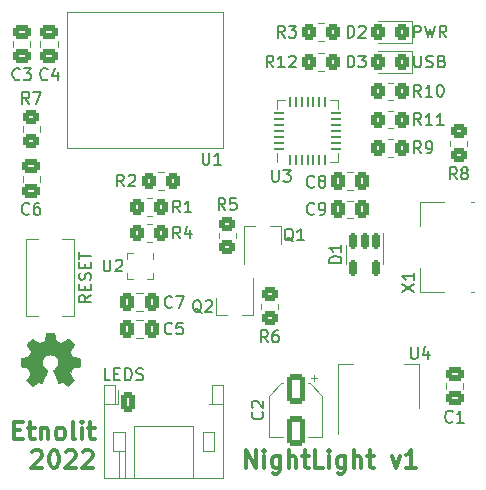
<source format=gto>
%TF.GenerationSoftware,KiCad,Pcbnew,(6.0.1-0)*%
%TF.CreationDate,2022-02-13T16:39:06+01:00*%
%TF.ProjectId,NightLight,4e696768-744c-4696-9768-742e6b696361,rev?*%
%TF.SameCoordinates,Original*%
%TF.FileFunction,Legend,Top*%
%TF.FilePolarity,Positive*%
%FSLAX46Y46*%
G04 Gerber Fmt 4.6, Leading zero omitted, Abs format (unit mm)*
G04 Created by KiCad (PCBNEW (6.0.1-0)) date 2022-02-13 16:39:06*
%MOMM*%
%LPD*%
G01*
G04 APERTURE LIST*
G04 Aperture macros list*
%AMRoundRect*
0 Rectangle with rounded corners*
0 $1 Rounding radius*
0 $2 $3 $4 $5 $6 $7 $8 $9 X,Y pos of 4 corners*
0 Add a 4 corners polygon primitive as box body*
4,1,4,$2,$3,$4,$5,$6,$7,$8,$9,$2,$3,0*
0 Add four circle primitives for the rounded corners*
1,1,$1+$1,$2,$3*
1,1,$1+$1,$4,$5*
1,1,$1+$1,$6,$7*
1,1,$1+$1,$8,$9*
0 Add four rect primitives between the rounded corners*
20,1,$1+$1,$2,$3,$4,$5,0*
20,1,$1+$1,$4,$5,$6,$7,0*
20,1,$1+$1,$6,$7,$8,$9,0*
20,1,$1+$1,$8,$9,$2,$3,0*%
%AMOutline5P*
0 Free polygon, 5 corners , with rotation*
0 The origin of the aperture is its center*
0 number of corners: always 5*
0 $1 to $10 corner X, Y*
0 $11 Rotation angle, in degrees counterclockwise*
0 create outline with 5 corners*
4,1,5,$1,$2,$3,$4,$5,$6,$7,$8,$9,$10,$1,$2,$11*%
%AMOutline6P*
0 Free polygon, 6 corners , with rotation*
0 The origin of the aperture is its center*
0 number of corners: always 6*
0 $1 to $12 corner X, Y*
0 $13 Rotation angle, in degrees counterclockwise*
0 create outline with 6 corners*
4,1,6,$1,$2,$3,$4,$5,$6,$7,$8,$9,$10,$11,$12,$1,$2,$13*%
%AMOutline7P*
0 Free polygon, 7 corners , with rotation*
0 The origin of the aperture is its center*
0 number of corners: always 7*
0 $1 to $14 corner X, Y*
0 $15 Rotation angle, in degrees counterclockwise*
0 create outline with 7 corners*
4,1,7,$1,$2,$3,$4,$5,$6,$7,$8,$9,$10,$11,$12,$13,$14,$1,$2,$15*%
%AMOutline8P*
0 Free polygon, 8 corners , with rotation*
0 The origin of the aperture is its center*
0 number of corners: always 8*
0 $1 to $16 corner X, Y*
0 $17 Rotation angle, in degrees counterclockwise*
0 create outline with 8 corners*
4,1,8,$1,$2,$3,$4,$5,$6,$7,$8,$9,$10,$11,$12,$13,$14,$15,$16,$1,$2,$17*%
G04 Aperture macros list end*
%ADD10C,0.300000*%
%ADD11C,0.150000*%
%ADD12C,0.002540*%
%ADD13C,0.120000*%
%ADD14C,0.700000*%
%ADD15R,1.350000X0.400000*%
%ADD16R,1.900000X1.900000*%
%ADD17RoundRect,0.250000X-0.337500X-0.475000X0.337500X-0.475000X0.337500X0.475000X-0.337500X0.475000X0*%
%ADD18RoundRect,0.250000X-0.475000X0.337500X-0.475000X-0.337500X0.475000X-0.337500X0.475000X0.337500X0*%
%ADD19RoundRect,0.250000X0.350000X0.450000X-0.350000X0.450000X-0.350000X-0.450000X0.350000X-0.450000X0*%
%ADD20R,0.700000X0.700000*%
%ADD21R,1.450000X1.450000*%
%ADD22Outline5P,-0.725000X0.725000X0.725000X0.725000X0.725000X-0.217500X0.217500X-0.725000X-0.725000X-0.725000X180.000000*%
%ADD23R,0.400000X0.800000*%
%ADD24R,0.800000X0.400000*%
%ADD25RoundRect,0.150000X-0.150000X0.512500X-0.150000X-0.512500X0.150000X-0.512500X0.150000X0.512500X0*%
%ADD26R,3.350000X3.350000*%
%ADD27RoundRect,0.062500X0.337500X-0.062500X0.337500X0.062500X-0.337500X0.062500X-0.337500X-0.062500X0*%
%ADD28RoundRect,0.062500X0.062500X-0.337500X0.062500X0.337500X-0.062500X0.337500X-0.062500X-0.337500X0*%
%ADD29RoundRect,0.250000X0.475000X-0.337500X0.475000X0.337500X-0.475000X0.337500X-0.475000X-0.337500X0*%
%ADD30R,0.800000X1.900000*%
%ADD31RoundRect,0.250000X0.337500X0.475000X-0.337500X0.475000X-0.337500X-0.475000X0.337500X-0.475000X0*%
%ADD32RoundRect,0.250000X-0.450000X0.350000X-0.450000X-0.350000X0.450000X-0.350000X0.450000X0.350000X0*%
%ADD33RoundRect,0.250000X0.325000X0.450000X-0.325000X0.450000X-0.325000X-0.450000X0.325000X-0.450000X0*%
%ADD34R,1.400000X1.000000*%
%ADD35RoundRect,0.250000X-0.350000X-0.450000X0.350000X-0.450000X0.350000X0.450000X-0.350000X0.450000X0*%
%ADD36RoundRect,0.250000X-0.350000X-0.625000X0.350000X-0.625000X0.350000X0.625000X-0.350000X0.625000X0*%
%ADD37O,1.200000X1.750000*%
%ADD38RoundRect,0.250000X0.450000X-0.350000X0.450000X0.350000X-0.450000X0.350000X-0.450000X-0.350000X0*%
%ADD39R,1.500000X2.000000*%
%ADD40R,3.800000X2.000000*%
%ADD41R,0.350000X0.375000*%
%ADD42R,0.375000X0.350000*%
%ADD43RoundRect,0.250000X-0.550000X1.050000X-0.550000X-1.050000X0.550000X-1.050000X0.550000X1.050000X0*%
G04 APERTURE END LIST*
D10*
X140552142Y-118678571D02*
X140552142Y-117178571D01*
X141409285Y-118678571D01*
X141409285Y-117178571D01*
X142123571Y-118678571D02*
X142123571Y-117678571D01*
X142123571Y-117178571D02*
X142052142Y-117250000D01*
X142123571Y-117321428D01*
X142195000Y-117250000D01*
X142123571Y-117178571D01*
X142123571Y-117321428D01*
X143480714Y-117678571D02*
X143480714Y-118892857D01*
X143409285Y-119035714D01*
X143337857Y-119107142D01*
X143195000Y-119178571D01*
X142980714Y-119178571D01*
X142837857Y-119107142D01*
X143480714Y-118607142D02*
X143337857Y-118678571D01*
X143052142Y-118678571D01*
X142909285Y-118607142D01*
X142837857Y-118535714D01*
X142766428Y-118392857D01*
X142766428Y-117964285D01*
X142837857Y-117821428D01*
X142909285Y-117750000D01*
X143052142Y-117678571D01*
X143337857Y-117678571D01*
X143480714Y-117750000D01*
X144195000Y-118678571D02*
X144195000Y-117178571D01*
X144837857Y-118678571D02*
X144837857Y-117892857D01*
X144766428Y-117750000D01*
X144623571Y-117678571D01*
X144409285Y-117678571D01*
X144266428Y-117750000D01*
X144195000Y-117821428D01*
X145337857Y-117678571D02*
X145909285Y-117678571D01*
X145552142Y-117178571D02*
X145552142Y-118464285D01*
X145623571Y-118607142D01*
X145766428Y-118678571D01*
X145909285Y-118678571D01*
X147123571Y-118678571D02*
X146409285Y-118678571D01*
X146409285Y-117178571D01*
X147623571Y-118678571D02*
X147623571Y-117678571D01*
X147623571Y-117178571D02*
X147552142Y-117250000D01*
X147623571Y-117321428D01*
X147695000Y-117250000D01*
X147623571Y-117178571D01*
X147623571Y-117321428D01*
X148980714Y-117678571D02*
X148980714Y-118892857D01*
X148909285Y-119035714D01*
X148837857Y-119107142D01*
X148695000Y-119178571D01*
X148480714Y-119178571D01*
X148337857Y-119107142D01*
X148980714Y-118607142D02*
X148837857Y-118678571D01*
X148552142Y-118678571D01*
X148409285Y-118607142D01*
X148337857Y-118535714D01*
X148266428Y-118392857D01*
X148266428Y-117964285D01*
X148337857Y-117821428D01*
X148409285Y-117750000D01*
X148552142Y-117678571D01*
X148837857Y-117678571D01*
X148980714Y-117750000D01*
X149695000Y-118678571D02*
X149695000Y-117178571D01*
X150337857Y-118678571D02*
X150337857Y-117892857D01*
X150266428Y-117750000D01*
X150123571Y-117678571D01*
X149909285Y-117678571D01*
X149766428Y-117750000D01*
X149695000Y-117821428D01*
X150837857Y-117678571D02*
X151409285Y-117678571D01*
X151052142Y-117178571D02*
X151052142Y-118464285D01*
X151123571Y-118607142D01*
X151266428Y-118678571D01*
X151409285Y-118678571D01*
X152909285Y-117678571D02*
X153266428Y-118678571D01*
X153623571Y-117678571D01*
X154980714Y-118678571D02*
X154123571Y-118678571D01*
X154552142Y-118678571D02*
X154552142Y-117178571D01*
X154409285Y-117392857D01*
X154266428Y-117535714D01*
X154123571Y-117607142D01*
X120976428Y-115485357D02*
X121476428Y-115485357D01*
X121690714Y-116271071D02*
X120976428Y-116271071D01*
X120976428Y-114771071D01*
X121690714Y-114771071D01*
X122119285Y-115271071D02*
X122690714Y-115271071D01*
X122333571Y-114771071D02*
X122333571Y-116056785D01*
X122405000Y-116199642D01*
X122547857Y-116271071D01*
X122690714Y-116271071D01*
X123190714Y-115271071D02*
X123190714Y-116271071D01*
X123190714Y-115413928D02*
X123262142Y-115342500D01*
X123405000Y-115271071D01*
X123619285Y-115271071D01*
X123762142Y-115342500D01*
X123833571Y-115485357D01*
X123833571Y-116271071D01*
X124762142Y-116271071D02*
X124619285Y-116199642D01*
X124547857Y-116128214D01*
X124476428Y-115985357D01*
X124476428Y-115556785D01*
X124547857Y-115413928D01*
X124619285Y-115342500D01*
X124762142Y-115271071D01*
X124976428Y-115271071D01*
X125119285Y-115342500D01*
X125190714Y-115413928D01*
X125262142Y-115556785D01*
X125262142Y-115985357D01*
X125190714Y-116128214D01*
X125119285Y-116199642D01*
X124976428Y-116271071D01*
X124762142Y-116271071D01*
X126119285Y-116271071D02*
X125976428Y-116199642D01*
X125905000Y-116056785D01*
X125905000Y-114771071D01*
X126690714Y-116271071D02*
X126690714Y-115271071D01*
X126690714Y-114771071D02*
X126619285Y-114842500D01*
X126690714Y-114913928D01*
X126762142Y-114842500D01*
X126690714Y-114771071D01*
X126690714Y-114913928D01*
X127190714Y-115271071D02*
X127762142Y-115271071D01*
X127405000Y-114771071D02*
X127405000Y-116056785D01*
X127476428Y-116199642D01*
X127619285Y-116271071D01*
X127762142Y-116271071D01*
X122476428Y-117328928D02*
X122547857Y-117257500D01*
X122690714Y-117186071D01*
X123047857Y-117186071D01*
X123190714Y-117257500D01*
X123262142Y-117328928D01*
X123333571Y-117471785D01*
X123333571Y-117614642D01*
X123262142Y-117828928D01*
X122405000Y-118686071D01*
X123333571Y-118686071D01*
X124262142Y-117186071D02*
X124405000Y-117186071D01*
X124547857Y-117257500D01*
X124619285Y-117328928D01*
X124690714Y-117471785D01*
X124762142Y-117757500D01*
X124762142Y-118114642D01*
X124690714Y-118400357D01*
X124619285Y-118543214D01*
X124547857Y-118614642D01*
X124405000Y-118686071D01*
X124262142Y-118686071D01*
X124119285Y-118614642D01*
X124047857Y-118543214D01*
X123976428Y-118400357D01*
X123905000Y-118114642D01*
X123905000Y-117757500D01*
X123976428Y-117471785D01*
X124047857Y-117328928D01*
X124119285Y-117257500D01*
X124262142Y-117186071D01*
X125333571Y-117328928D02*
X125405000Y-117257500D01*
X125547857Y-117186071D01*
X125905000Y-117186071D01*
X126047857Y-117257500D01*
X126119285Y-117328928D01*
X126190714Y-117471785D01*
X126190714Y-117614642D01*
X126119285Y-117828928D01*
X125262142Y-118686071D01*
X126190714Y-118686071D01*
X126762142Y-117328928D02*
X126833571Y-117257500D01*
X126976428Y-117186071D01*
X127333571Y-117186071D01*
X127476428Y-117257500D01*
X127547857Y-117328928D01*
X127619285Y-117471785D01*
X127619285Y-117614642D01*
X127547857Y-117828928D01*
X126690714Y-118686071D01*
X127619285Y-118686071D01*
D11*
%TO.C,X1*%
X153814880Y-103759642D02*
X154814880Y-103092976D01*
X153814880Y-103092976D02*
X154814880Y-103759642D01*
X154814880Y-102188214D02*
X154814880Y-102759642D01*
X154814880Y-102473928D02*
X153814880Y-102473928D01*
X153957738Y-102569166D01*
X154052976Y-102664404D01*
X154100595Y-102759642D01*
%TO.C,C9*%
X146359642Y-97157142D02*
X146312023Y-97204761D01*
X146169166Y-97252380D01*
X146073928Y-97252380D01*
X145931071Y-97204761D01*
X145835833Y-97109523D01*
X145788214Y-97014285D01*
X145740595Y-96823809D01*
X145740595Y-96680952D01*
X145788214Y-96490476D01*
X145835833Y-96395238D01*
X145931071Y-96300000D01*
X146073928Y-96252380D01*
X146169166Y-96252380D01*
X146312023Y-96300000D01*
X146359642Y-96347619D01*
X146835833Y-97252380D02*
X147026309Y-97252380D01*
X147121547Y-97204761D01*
X147169166Y-97157142D01*
X147264404Y-97014285D01*
X147312023Y-96823809D01*
X147312023Y-96442857D01*
X147264404Y-96347619D01*
X147216785Y-96300000D01*
X147121547Y-96252380D01*
X146931071Y-96252380D01*
X146835833Y-96300000D01*
X146788214Y-96347619D01*
X146740595Y-96442857D01*
X146740595Y-96680952D01*
X146788214Y-96776190D01*
X146835833Y-96823809D01*
X146931071Y-96871428D01*
X147121547Y-96871428D01*
X147216785Y-96823809D01*
X147264404Y-96776190D01*
X147312023Y-96680952D01*
%TO.C,C6*%
X122233333Y-97157142D02*
X122185714Y-97204761D01*
X122042857Y-97252380D01*
X121947619Y-97252380D01*
X121804761Y-97204761D01*
X121709523Y-97109523D01*
X121661904Y-97014285D01*
X121614285Y-96823809D01*
X121614285Y-96680952D01*
X121661904Y-96490476D01*
X121709523Y-96395238D01*
X121804761Y-96300000D01*
X121947619Y-96252380D01*
X122042857Y-96252380D01*
X122185714Y-96300000D01*
X122233333Y-96347619D01*
X123090476Y-96252380D02*
X122900000Y-96252380D01*
X122804761Y-96300000D01*
X122757142Y-96347619D01*
X122661904Y-96490476D01*
X122614285Y-96680952D01*
X122614285Y-97061904D01*
X122661904Y-97157142D01*
X122709523Y-97204761D01*
X122804761Y-97252380D01*
X122995238Y-97252380D01*
X123090476Y-97204761D01*
X123138095Y-97157142D01*
X123185714Y-97061904D01*
X123185714Y-96823809D01*
X123138095Y-96728571D01*
X123090476Y-96680952D01*
X122995238Y-96633333D01*
X122804761Y-96633333D01*
X122709523Y-96680952D01*
X122661904Y-96728571D01*
X122614285Y-96823809D01*
%TO.C,R10*%
X155407023Y-87252380D02*
X155073690Y-86776190D01*
X154835595Y-87252380D02*
X154835595Y-86252380D01*
X155216547Y-86252380D01*
X155311785Y-86300000D01*
X155359404Y-86347619D01*
X155407023Y-86442857D01*
X155407023Y-86585714D01*
X155359404Y-86680952D01*
X155311785Y-86728571D01*
X155216547Y-86776190D01*
X154835595Y-86776190D01*
X156359404Y-87252380D02*
X155787976Y-87252380D01*
X156073690Y-87252380D02*
X156073690Y-86252380D01*
X155978452Y-86395238D01*
X155883214Y-86490476D01*
X155787976Y-86538095D01*
X156978452Y-86252380D02*
X157073690Y-86252380D01*
X157168928Y-86300000D01*
X157216547Y-86347619D01*
X157264166Y-86442857D01*
X157311785Y-86633333D01*
X157311785Y-86871428D01*
X157264166Y-87061904D01*
X157216547Y-87157142D01*
X157168928Y-87204761D01*
X157073690Y-87252380D01*
X156978452Y-87252380D01*
X156883214Y-87204761D01*
X156835595Y-87157142D01*
X156787976Y-87061904D01*
X156740357Y-86871428D01*
X156740357Y-86633333D01*
X156787976Y-86442857D01*
X156835595Y-86347619D01*
X156883214Y-86300000D01*
X156978452Y-86252380D01*
%TO.C,U1*%
X136906095Y-92006380D02*
X136906095Y-92815904D01*
X136953714Y-92911142D01*
X137001333Y-92958761D01*
X137096571Y-93006380D01*
X137287047Y-93006380D01*
X137382285Y-92958761D01*
X137429904Y-92911142D01*
X137477523Y-92815904D01*
X137477523Y-92006380D01*
X138477523Y-93006380D02*
X137906095Y-93006380D01*
X138191809Y-93006380D02*
X138191809Y-92006380D01*
X138096571Y-92149238D01*
X138001333Y-92244476D01*
X137906095Y-92292095D01*
%TO.C,D1*%
X148652380Y-101322095D02*
X147652380Y-101322095D01*
X147652380Y-101084000D01*
X147700000Y-100941142D01*
X147795238Y-100845904D01*
X147890476Y-100798285D01*
X148080952Y-100750666D01*
X148223809Y-100750666D01*
X148414285Y-100798285D01*
X148509523Y-100845904D01*
X148604761Y-100941142D01*
X148652380Y-101084000D01*
X148652380Y-101322095D01*
X148652380Y-99798285D02*
X148652380Y-100369714D01*
X148652380Y-100084000D02*
X147652380Y-100084000D01*
X147795238Y-100179238D01*
X147890476Y-100274476D01*
X147938095Y-100369714D01*
%TO.C,U3*%
X142786595Y-93452380D02*
X142786595Y-94261904D01*
X142834214Y-94357142D01*
X142881833Y-94404761D01*
X142977071Y-94452380D01*
X143167547Y-94452380D01*
X143262785Y-94404761D01*
X143310404Y-94357142D01*
X143358023Y-94261904D01*
X143358023Y-93452380D01*
X143738976Y-93452380D02*
X144358023Y-93452380D01*
X144024690Y-93833333D01*
X144167547Y-93833333D01*
X144262785Y-93880952D01*
X144310404Y-93928571D01*
X144358023Y-94023809D01*
X144358023Y-94261904D01*
X144310404Y-94357142D01*
X144262785Y-94404761D01*
X144167547Y-94452380D01*
X143881833Y-94452380D01*
X143786595Y-94404761D01*
X143738976Y-94357142D01*
%TO.C,R2*%
X130259642Y-94852380D02*
X129926309Y-94376190D01*
X129688214Y-94852380D02*
X129688214Y-93852380D01*
X130069166Y-93852380D01*
X130164404Y-93900000D01*
X130212023Y-93947619D01*
X130259642Y-94042857D01*
X130259642Y-94185714D01*
X130212023Y-94280952D01*
X130164404Y-94328571D01*
X130069166Y-94376190D01*
X129688214Y-94376190D01*
X130640595Y-93947619D02*
X130688214Y-93900000D01*
X130783452Y-93852380D01*
X131021547Y-93852380D01*
X131116785Y-93900000D01*
X131164404Y-93947619D01*
X131212023Y-94042857D01*
X131212023Y-94138095D01*
X131164404Y-94280952D01*
X130592976Y-94852380D01*
X131212023Y-94852380D01*
%TO.C,C4*%
X123781333Y-85757142D02*
X123733714Y-85804761D01*
X123590857Y-85852380D01*
X123495619Y-85852380D01*
X123352761Y-85804761D01*
X123257523Y-85709523D01*
X123209904Y-85614285D01*
X123162285Y-85423809D01*
X123162285Y-85280952D01*
X123209904Y-85090476D01*
X123257523Y-84995238D01*
X123352761Y-84900000D01*
X123495619Y-84852380D01*
X123590857Y-84852380D01*
X123733714Y-84900000D01*
X123781333Y-84947619D01*
X124638476Y-85185714D02*
X124638476Y-85852380D01*
X124400380Y-84804761D02*
X124162285Y-85519047D01*
X124781333Y-85519047D01*
%TO.C,C3*%
X121433333Y-85757142D02*
X121385714Y-85804761D01*
X121242857Y-85852380D01*
X121147619Y-85852380D01*
X121004761Y-85804761D01*
X120909523Y-85709523D01*
X120861904Y-85614285D01*
X120814285Y-85423809D01*
X120814285Y-85280952D01*
X120861904Y-85090476D01*
X120909523Y-84995238D01*
X121004761Y-84900000D01*
X121147619Y-84852380D01*
X121242857Y-84852380D01*
X121385714Y-84900000D01*
X121433333Y-84947619D01*
X121766666Y-84852380D02*
X122385714Y-84852380D01*
X122052380Y-85233333D01*
X122195238Y-85233333D01*
X122290476Y-85280952D01*
X122338095Y-85328571D01*
X122385714Y-85423809D01*
X122385714Y-85661904D01*
X122338095Y-85757142D01*
X122290476Y-85804761D01*
X122195238Y-85852380D01*
X121909523Y-85852380D01*
X121814285Y-85804761D01*
X121766666Y-85757142D01*
%TO.C,Q2*%
X136827261Y-105577619D02*
X136732023Y-105530000D01*
X136636785Y-105434761D01*
X136493928Y-105291904D01*
X136398690Y-105244285D01*
X136303452Y-105244285D01*
X136351071Y-105482380D02*
X136255833Y-105434761D01*
X136160595Y-105339523D01*
X136112976Y-105149047D01*
X136112976Y-104815714D01*
X136160595Y-104625238D01*
X136255833Y-104530000D01*
X136351071Y-104482380D01*
X136541547Y-104482380D01*
X136636785Y-104530000D01*
X136732023Y-104625238D01*
X136779642Y-104815714D01*
X136779642Y-105149047D01*
X136732023Y-105339523D01*
X136636785Y-105434761D01*
X136541547Y-105482380D01*
X136351071Y-105482380D01*
X137160595Y-104577619D02*
X137208214Y-104530000D01*
X137303452Y-104482380D01*
X137541547Y-104482380D01*
X137636785Y-104530000D01*
X137684404Y-104577619D01*
X137732023Y-104672857D01*
X137732023Y-104768095D01*
X137684404Y-104910952D01*
X137112976Y-105482380D01*
X137732023Y-105482380D01*
%TO.C,C5*%
X134307023Y-107290642D02*
X134259404Y-107338261D01*
X134116547Y-107385880D01*
X134021309Y-107385880D01*
X133878452Y-107338261D01*
X133783214Y-107243023D01*
X133735595Y-107147785D01*
X133687976Y-106957309D01*
X133687976Y-106814452D01*
X133735595Y-106623976D01*
X133783214Y-106528738D01*
X133878452Y-106433500D01*
X134021309Y-106385880D01*
X134116547Y-106385880D01*
X134259404Y-106433500D01*
X134307023Y-106481119D01*
X135211785Y-106385880D02*
X134735595Y-106385880D01*
X134687976Y-106862071D01*
X134735595Y-106814452D01*
X134830833Y-106766833D01*
X135068928Y-106766833D01*
X135164166Y-106814452D01*
X135211785Y-106862071D01*
X135259404Y-106957309D01*
X135259404Y-107195404D01*
X135211785Y-107290642D01*
X135164166Y-107338261D01*
X135068928Y-107385880D01*
X134830833Y-107385880D01*
X134735595Y-107338261D01*
X134687976Y-107290642D01*
%TO.C,R5*%
X138833333Y-96852380D02*
X138500000Y-96376190D01*
X138261904Y-96852380D02*
X138261904Y-95852380D01*
X138642857Y-95852380D01*
X138738095Y-95900000D01*
X138785714Y-95947619D01*
X138833333Y-96042857D01*
X138833333Y-96185714D01*
X138785714Y-96280952D01*
X138738095Y-96328571D01*
X138642857Y-96376190D01*
X138261904Y-96376190D01*
X139738095Y-95852380D02*
X139261904Y-95852380D01*
X139214285Y-96328571D01*
X139261904Y-96280952D01*
X139357142Y-96233333D01*
X139595238Y-96233333D01*
X139690476Y-96280952D01*
X139738095Y-96328571D01*
X139785714Y-96423809D01*
X139785714Y-96661904D01*
X139738095Y-96757142D01*
X139690476Y-96804761D01*
X139595238Y-96852380D01*
X139357142Y-96852380D01*
X139261904Y-96804761D01*
X139214285Y-96757142D01*
%TO.C,D3*%
X149188214Y-84780380D02*
X149188214Y-83780380D01*
X149426309Y-83780380D01*
X149569166Y-83828000D01*
X149664404Y-83923238D01*
X149712023Y-84018476D01*
X149759642Y-84208952D01*
X149759642Y-84351809D01*
X149712023Y-84542285D01*
X149664404Y-84637523D01*
X149569166Y-84732761D01*
X149426309Y-84780380D01*
X149188214Y-84780380D01*
X150092976Y-83780380D02*
X150712023Y-83780380D01*
X150378690Y-84161333D01*
X150521547Y-84161333D01*
X150616785Y-84208952D01*
X150664404Y-84256571D01*
X150712023Y-84351809D01*
X150712023Y-84589904D01*
X150664404Y-84685142D01*
X150616785Y-84732761D01*
X150521547Y-84780380D01*
X150235833Y-84780380D01*
X150140595Y-84732761D01*
X150092976Y-84685142D01*
X154835595Y-83780380D02*
X154835595Y-84589904D01*
X154883214Y-84685142D01*
X154930833Y-84732761D01*
X155026071Y-84780380D01*
X155216547Y-84780380D01*
X155311785Y-84732761D01*
X155359404Y-84685142D01*
X155407023Y-84589904D01*
X155407023Y-83780380D01*
X155835595Y-84732761D02*
X155978452Y-84780380D01*
X156216547Y-84780380D01*
X156311785Y-84732761D01*
X156359404Y-84685142D01*
X156407023Y-84589904D01*
X156407023Y-84494666D01*
X156359404Y-84399428D01*
X156311785Y-84351809D01*
X156216547Y-84304190D01*
X156026071Y-84256571D01*
X155930833Y-84208952D01*
X155883214Y-84161333D01*
X155835595Y-84066095D01*
X155835595Y-83970857D01*
X155883214Y-83875619D01*
X155930833Y-83828000D01*
X156026071Y-83780380D01*
X156264166Y-83780380D01*
X156407023Y-83828000D01*
X157168928Y-84256571D02*
X157311785Y-84304190D01*
X157359404Y-84351809D01*
X157407023Y-84447047D01*
X157407023Y-84589904D01*
X157359404Y-84685142D01*
X157311785Y-84732761D01*
X157216547Y-84780380D01*
X156835595Y-84780380D01*
X156835595Y-83780380D01*
X157168928Y-83780380D01*
X157264166Y-83828000D01*
X157311785Y-83875619D01*
X157359404Y-83970857D01*
X157359404Y-84066095D01*
X157311785Y-84161333D01*
X157264166Y-84208952D01*
X157168928Y-84256571D01*
X156835595Y-84256571D01*
%TO.C,PB1*%
X127452380Y-104052380D02*
X126976190Y-104385714D01*
X127452380Y-104623809D02*
X126452380Y-104623809D01*
X126452380Y-104242857D01*
X126500000Y-104147619D01*
X126547619Y-104100000D01*
X126642857Y-104052380D01*
X126785714Y-104052380D01*
X126880952Y-104100000D01*
X126928571Y-104147619D01*
X126976190Y-104242857D01*
X126976190Y-104623809D01*
X126928571Y-103623809D02*
X126928571Y-103290476D01*
X127452380Y-103147619D02*
X127452380Y-103623809D01*
X126452380Y-103623809D01*
X126452380Y-103147619D01*
X127404761Y-102766666D02*
X127452380Y-102623809D01*
X127452380Y-102385714D01*
X127404761Y-102290476D01*
X127357142Y-102242857D01*
X127261904Y-102195238D01*
X127166666Y-102195238D01*
X127071428Y-102242857D01*
X127023809Y-102290476D01*
X126976190Y-102385714D01*
X126928571Y-102576190D01*
X126880952Y-102671428D01*
X126833333Y-102719047D01*
X126738095Y-102766666D01*
X126642857Y-102766666D01*
X126547619Y-102719047D01*
X126500000Y-102671428D01*
X126452380Y-102576190D01*
X126452380Y-102338095D01*
X126500000Y-102195238D01*
X126928571Y-101766666D02*
X126928571Y-101433333D01*
X127452380Y-101290476D02*
X127452380Y-101766666D01*
X126452380Y-101766666D01*
X126452380Y-101290476D01*
X126452380Y-101004761D02*
X126452380Y-100433333D01*
X127452380Y-100719047D02*
X126452380Y-100719047D01*
%TO.C,R1*%
X135007023Y-97052380D02*
X134673690Y-96576190D01*
X134435595Y-97052380D02*
X134435595Y-96052380D01*
X134816547Y-96052380D01*
X134911785Y-96100000D01*
X134959404Y-96147619D01*
X135007023Y-96242857D01*
X135007023Y-96385714D01*
X134959404Y-96480952D01*
X134911785Y-96528571D01*
X134816547Y-96576190D01*
X134435595Y-96576190D01*
X135959404Y-97052380D02*
X135387976Y-97052380D01*
X135673690Y-97052380D02*
X135673690Y-96052380D01*
X135578452Y-96195238D01*
X135483214Y-96290476D01*
X135387976Y-96338095D01*
%TO.C,Q1*%
X144582261Y-99517619D02*
X144487023Y-99470000D01*
X144391785Y-99374761D01*
X144248928Y-99231904D01*
X144153690Y-99184285D01*
X144058452Y-99184285D01*
X144106071Y-99422380D02*
X144010833Y-99374761D01*
X143915595Y-99279523D01*
X143867976Y-99089047D01*
X143867976Y-98755714D01*
X143915595Y-98565238D01*
X144010833Y-98470000D01*
X144106071Y-98422380D01*
X144296547Y-98422380D01*
X144391785Y-98470000D01*
X144487023Y-98565238D01*
X144534642Y-98755714D01*
X144534642Y-99089047D01*
X144487023Y-99279523D01*
X144391785Y-99374761D01*
X144296547Y-99422380D01*
X144106071Y-99422380D01*
X145487023Y-99422380D02*
X144915595Y-99422380D01*
X145201309Y-99422380D02*
X145201309Y-98422380D01*
X145106071Y-98565238D01*
X145010833Y-98660476D01*
X144915595Y-98708095D01*
%TO.C,R3*%
X143859642Y-82252380D02*
X143526309Y-81776190D01*
X143288214Y-82252380D02*
X143288214Y-81252380D01*
X143669166Y-81252380D01*
X143764404Y-81300000D01*
X143812023Y-81347619D01*
X143859642Y-81442857D01*
X143859642Y-81585714D01*
X143812023Y-81680952D01*
X143764404Y-81728571D01*
X143669166Y-81776190D01*
X143288214Y-81776190D01*
X144192976Y-81252380D02*
X144812023Y-81252380D01*
X144478690Y-81633333D01*
X144621547Y-81633333D01*
X144716785Y-81680952D01*
X144764404Y-81728571D01*
X144812023Y-81823809D01*
X144812023Y-82061904D01*
X144764404Y-82157142D01*
X144716785Y-82204761D01*
X144621547Y-82252380D01*
X144335833Y-82252380D01*
X144240595Y-82204761D01*
X144192976Y-82157142D01*
%TO.C,X2*%
X129111785Y-111252380D02*
X128635595Y-111252380D01*
X128635595Y-110252380D01*
X129445119Y-110728571D02*
X129778452Y-110728571D01*
X129921309Y-111252380D02*
X129445119Y-111252380D01*
X129445119Y-110252380D01*
X129921309Y-110252380D01*
X130349880Y-111252380D02*
X130349880Y-110252380D01*
X130587976Y-110252380D01*
X130730833Y-110300000D01*
X130826071Y-110395238D01*
X130873690Y-110490476D01*
X130921309Y-110680952D01*
X130921309Y-110823809D01*
X130873690Y-111014285D01*
X130826071Y-111109523D01*
X130730833Y-111204761D01*
X130587976Y-111252380D01*
X130349880Y-111252380D01*
X131302261Y-111204761D02*
X131445119Y-111252380D01*
X131683214Y-111252380D01*
X131778452Y-111204761D01*
X131826071Y-111157142D01*
X131873690Y-111061904D01*
X131873690Y-110966666D01*
X131826071Y-110871428D01*
X131778452Y-110823809D01*
X131683214Y-110776190D01*
X131492738Y-110728571D01*
X131397500Y-110680952D01*
X131349880Y-110633333D01*
X131302261Y-110538095D01*
X131302261Y-110442857D01*
X131349880Y-110347619D01*
X131397500Y-110300000D01*
X131492738Y-110252380D01*
X131730833Y-110252380D01*
X131873690Y-110300000D01*
%TO.C,D2*%
X149188214Y-82252380D02*
X149188214Y-81252380D01*
X149426309Y-81252380D01*
X149569166Y-81300000D01*
X149664404Y-81395238D01*
X149712023Y-81490476D01*
X149759642Y-81680952D01*
X149759642Y-81823809D01*
X149712023Y-82014285D01*
X149664404Y-82109523D01*
X149569166Y-82204761D01*
X149426309Y-82252380D01*
X149188214Y-82252380D01*
X150140595Y-81347619D02*
X150188214Y-81300000D01*
X150283452Y-81252380D01*
X150521547Y-81252380D01*
X150616785Y-81300000D01*
X150664404Y-81347619D01*
X150712023Y-81442857D01*
X150712023Y-81538095D01*
X150664404Y-81680952D01*
X150092976Y-82252380D01*
X150712023Y-82252380D01*
X154835595Y-82240380D02*
X154835595Y-81240380D01*
X155216547Y-81240380D01*
X155311785Y-81288000D01*
X155359404Y-81335619D01*
X155407023Y-81430857D01*
X155407023Y-81573714D01*
X155359404Y-81668952D01*
X155311785Y-81716571D01*
X155216547Y-81764190D01*
X154835595Y-81764190D01*
X155740357Y-81240380D02*
X155978452Y-82240380D01*
X156168928Y-81526095D01*
X156359404Y-82240380D01*
X156597500Y-81240380D01*
X157549880Y-82240380D02*
X157216547Y-81764190D01*
X156978452Y-82240380D02*
X156978452Y-81240380D01*
X157359404Y-81240380D01*
X157454642Y-81288000D01*
X157502261Y-81335619D01*
X157549880Y-81430857D01*
X157549880Y-81573714D01*
X157502261Y-81668952D01*
X157454642Y-81716571D01*
X157359404Y-81764190D01*
X156978452Y-81764190D01*
%TO.C,R6*%
X142433333Y-108052380D02*
X142100000Y-107576190D01*
X141861904Y-108052380D02*
X141861904Y-107052380D01*
X142242857Y-107052380D01*
X142338095Y-107100000D01*
X142385714Y-107147619D01*
X142433333Y-107242857D01*
X142433333Y-107385714D01*
X142385714Y-107480952D01*
X142338095Y-107528571D01*
X142242857Y-107576190D01*
X141861904Y-107576190D01*
X143290476Y-107052380D02*
X143100000Y-107052380D01*
X143004761Y-107100000D01*
X142957142Y-107147619D01*
X142861904Y-107290476D01*
X142814285Y-107480952D01*
X142814285Y-107861904D01*
X142861904Y-107957142D01*
X142909523Y-108004761D01*
X143004761Y-108052380D01*
X143195238Y-108052380D01*
X143290476Y-108004761D01*
X143338095Y-107957142D01*
X143385714Y-107861904D01*
X143385714Y-107623809D01*
X143338095Y-107528571D01*
X143290476Y-107480952D01*
X143195238Y-107433333D01*
X143004761Y-107433333D01*
X142909523Y-107480952D01*
X142861904Y-107528571D01*
X142814285Y-107623809D01*
%TO.C,U4*%
X154535595Y-108452380D02*
X154535595Y-109261904D01*
X154583214Y-109357142D01*
X154630833Y-109404761D01*
X154726071Y-109452380D01*
X154916547Y-109452380D01*
X155011785Y-109404761D01*
X155059404Y-109357142D01*
X155107023Y-109261904D01*
X155107023Y-108452380D01*
X156011785Y-108785714D02*
X156011785Y-109452380D01*
X155773690Y-108404761D02*
X155535595Y-109119047D01*
X156154642Y-109119047D01*
%TO.C,R7*%
X122233333Y-87852380D02*
X121900000Y-87376190D01*
X121661904Y-87852380D02*
X121661904Y-86852380D01*
X122042857Y-86852380D01*
X122138095Y-86900000D01*
X122185714Y-86947619D01*
X122233333Y-87042857D01*
X122233333Y-87185714D01*
X122185714Y-87280952D01*
X122138095Y-87328571D01*
X122042857Y-87376190D01*
X121661904Y-87376190D01*
X122566666Y-86852380D02*
X123233333Y-86852380D01*
X122804761Y-87852380D01*
%TO.C,C1*%
X158075333Y-114757142D02*
X158027714Y-114804761D01*
X157884857Y-114852380D01*
X157789619Y-114852380D01*
X157646761Y-114804761D01*
X157551523Y-114709523D01*
X157503904Y-114614285D01*
X157456285Y-114423809D01*
X157456285Y-114280952D01*
X157503904Y-114090476D01*
X157551523Y-113995238D01*
X157646761Y-113900000D01*
X157789619Y-113852380D01*
X157884857Y-113852380D01*
X158027714Y-113900000D01*
X158075333Y-113947619D01*
X159027714Y-114852380D02*
X158456285Y-114852380D01*
X158742000Y-114852380D02*
X158742000Y-113852380D01*
X158646761Y-113995238D01*
X158551523Y-114090476D01*
X158456285Y-114138095D01*
%TO.C,R9*%
X155407023Y-92052380D02*
X155073690Y-91576190D01*
X154835595Y-92052380D02*
X154835595Y-91052380D01*
X155216547Y-91052380D01*
X155311785Y-91100000D01*
X155359404Y-91147619D01*
X155407023Y-91242857D01*
X155407023Y-91385714D01*
X155359404Y-91480952D01*
X155311785Y-91528571D01*
X155216547Y-91576190D01*
X154835595Y-91576190D01*
X155883214Y-92052380D02*
X156073690Y-92052380D01*
X156168928Y-92004761D01*
X156216547Y-91957142D01*
X156311785Y-91814285D01*
X156359404Y-91623809D01*
X156359404Y-91242857D01*
X156311785Y-91147619D01*
X156264166Y-91100000D01*
X156168928Y-91052380D01*
X155978452Y-91052380D01*
X155883214Y-91100000D01*
X155835595Y-91147619D01*
X155787976Y-91242857D01*
X155787976Y-91480952D01*
X155835595Y-91576190D01*
X155883214Y-91623809D01*
X155978452Y-91671428D01*
X156168928Y-91671428D01*
X156264166Y-91623809D01*
X156311785Y-91576190D01*
X156359404Y-91480952D01*
%TO.C,U2*%
X128540595Y-101052380D02*
X128540595Y-101861904D01*
X128588214Y-101957142D01*
X128635833Y-102004761D01*
X128731071Y-102052380D01*
X128921547Y-102052380D01*
X129016785Y-102004761D01*
X129064404Y-101957142D01*
X129112023Y-101861904D01*
X129112023Y-101052380D01*
X129540595Y-101147619D02*
X129588214Y-101100000D01*
X129683452Y-101052380D01*
X129921547Y-101052380D01*
X130016785Y-101100000D01*
X130064404Y-101147619D01*
X130112023Y-101242857D01*
X130112023Y-101338095D01*
X130064404Y-101480952D01*
X129492976Y-102052380D01*
X130112023Y-102052380D01*
%TO.C,C7*%
X134307023Y-105057142D02*
X134259404Y-105104761D01*
X134116547Y-105152380D01*
X134021309Y-105152380D01*
X133878452Y-105104761D01*
X133783214Y-105009523D01*
X133735595Y-104914285D01*
X133687976Y-104723809D01*
X133687976Y-104580952D01*
X133735595Y-104390476D01*
X133783214Y-104295238D01*
X133878452Y-104200000D01*
X134021309Y-104152380D01*
X134116547Y-104152380D01*
X134259404Y-104200000D01*
X134307023Y-104247619D01*
X134640357Y-104152380D02*
X135307023Y-104152380D01*
X134878452Y-105152380D01*
%TO.C,R4*%
X135007023Y-99252380D02*
X134673690Y-98776190D01*
X134435595Y-99252380D02*
X134435595Y-98252380D01*
X134816547Y-98252380D01*
X134911785Y-98300000D01*
X134959404Y-98347619D01*
X135007023Y-98442857D01*
X135007023Y-98585714D01*
X134959404Y-98680952D01*
X134911785Y-98728571D01*
X134816547Y-98776190D01*
X134435595Y-98776190D01*
X135864166Y-98585714D02*
X135864166Y-99252380D01*
X135626071Y-98204761D02*
X135387976Y-98919047D01*
X136007023Y-98919047D01*
%TO.C,R11*%
X155407023Y-89652380D02*
X155073690Y-89176190D01*
X154835595Y-89652380D02*
X154835595Y-88652380D01*
X155216547Y-88652380D01*
X155311785Y-88700000D01*
X155359404Y-88747619D01*
X155407023Y-88842857D01*
X155407023Y-88985714D01*
X155359404Y-89080952D01*
X155311785Y-89128571D01*
X155216547Y-89176190D01*
X154835595Y-89176190D01*
X156359404Y-89652380D02*
X155787976Y-89652380D01*
X156073690Y-89652380D02*
X156073690Y-88652380D01*
X155978452Y-88795238D01*
X155883214Y-88890476D01*
X155787976Y-88938095D01*
X157311785Y-89652380D02*
X156740357Y-89652380D01*
X157026071Y-89652380D02*
X157026071Y-88652380D01*
X156930833Y-88795238D01*
X156835595Y-88890476D01*
X156740357Y-88938095D01*
%TO.C,R12*%
X142907261Y-84780380D02*
X142573928Y-84304190D01*
X142335833Y-84780380D02*
X142335833Y-83780380D01*
X142716785Y-83780380D01*
X142812023Y-83828000D01*
X142859642Y-83875619D01*
X142907261Y-83970857D01*
X142907261Y-84113714D01*
X142859642Y-84208952D01*
X142812023Y-84256571D01*
X142716785Y-84304190D01*
X142335833Y-84304190D01*
X143859642Y-84780380D02*
X143288214Y-84780380D01*
X143573928Y-84780380D02*
X143573928Y-83780380D01*
X143478690Y-83923238D01*
X143383452Y-84018476D01*
X143288214Y-84066095D01*
X144240595Y-83875619D02*
X144288214Y-83828000D01*
X144383452Y-83780380D01*
X144621547Y-83780380D01*
X144716785Y-83828000D01*
X144764404Y-83875619D01*
X144812023Y-83970857D01*
X144812023Y-84066095D01*
X144764404Y-84208952D01*
X144192976Y-84780380D01*
X144812023Y-84780380D01*
%TO.C,C2*%
X141957142Y-113966666D02*
X142004761Y-114014285D01*
X142052380Y-114157142D01*
X142052380Y-114252380D01*
X142004761Y-114395238D01*
X141909523Y-114490476D01*
X141814285Y-114538095D01*
X141623809Y-114585714D01*
X141480952Y-114585714D01*
X141290476Y-114538095D01*
X141195238Y-114490476D01*
X141100000Y-114395238D01*
X141052380Y-114252380D01*
X141052380Y-114157142D01*
X141100000Y-114014285D01*
X141147619Y-113966666D01*
X141147619Y-113585714D02*
X141100000Y-113538095D01*
X141052380Y-113442857D01*
X141052380Y-113204761D01*
X141100000Y-113109523D01*
X141147619Y-113061904D01*
X141242857Y-113014285D01*
X141338095Y-113014285D01*
X141480952Y-113061904D01*
X142052380Y-113633333D01*
X142052380Y-113014285D01*
%TO.C,R8*%
X158433333Y-94252380D02*
X158100000Y-93776190D01*
X157861904Y-94252380D02*
X157861904Y-93252380D01*
X158242857Y-93252380D01*
X158338095Y-93300000D01*
X158385714Y-93347619D01*
X158433333Y-93442857D01*
X158433333Y-93585714D01*
X158385714Y-93680952D01*
X158338095Y-93728571D01*
X158242857Y-93776190D01*
X157861904Y-93776190D01*
X159004761Y-93680952D02*
X158909523Y-93633333D01*
X158861904Y-93585714D01*
X158814285Y-93490476D01*
X158814285Y-93442857D01*
X158861904Y-93347619D01*
X158909523Y-93300000D01*
X159004761Y-93252380D01*
X159195238Y-93252380D01*
X159290476Y-93300000D01*
X159338095Y-93347619D01*
X159385714Y-93442857D01*
X159385714Y-93490476D01*
X159338095Y-93585714D01*
X159290476Y-93633333D01*
X159195238Y-93680952D01*
X159004761Y-93680952D01*
X158909523Y-93728571D01*
X158861904Y-93776190D01*
X158814285Y-93871428D01*
X158814285Y-94061904D01*
X158861904Y-94157142D01*
X158909523Y-94204761D01*
X159004761Y-94252380D01*
X159195238Y-94252380D01*
X159290476Y-94204761D01*
X159338095Y-94157142D01*
X159385714Y-94061904D01*
X159385714Y-93871428D01*
X159338095Y-93776190D01*
X159290476Y-93728571D01*
X159195238Y-93680952D01*
%TO.C,C8*%
X146359642Y-94857142D02*
X146312023Y-94904761D01*
X146169166Y-94952380D01*
X146073928Y-94952380D01*
X145931071Y-94904761D01*
X145835833Y-94809523D01*
X145788214Y-94714285D01*
X145740595Y-94523809D01*
X145740595Y-94380952D01*
X145788214Y-94190476D01*
X145835833Y-94095238D01*
X145931071Y-94000000D01*
X146073928Y-93952380D01*
X146169166Y-93952380D01*
X146312023Y-94000000D01*
X146359642Y-94047619D01*
X146931071Y-94380952D02*
X146835833Y-94333333D01*
X146788214Y-94285714D01*
X146740595Y-94190476D01*
X146740595Y-94142857D01*
X146788214Y-94047619D01*
X146835833Y-94000000D01*
X146931071Y-93952380D01*
X147121547Y-93952380D01*
X147216785Y-94000000D01*
X147264404Y-94047619D01*
X147312023Y-94142857D01*
X147312023Y-94190476D01*
X147264404Y-94285714D01*
X147216785Y-94333333D01*
X147121547Y-94380952D01*
X146931071Y-94380952D01*
X146835833Y-94428571D01*
X146788214Y-94476190D01*
X146740595Y-94571428D01*
X146740595Y-94761904D01*
X146788214Y-94857142D01*
X146835833Y-94904761D01*
X146931071Y-94952380D01*
X147121547Y-94952380D01*
X147216785Y-94904761D01*
X147264404Y-94857142D01*
X147312023Y-94761904D01*
X147312023Y-94571428D01*
X147264404Y-94476190D01*
X147216785Y-94428571D01*
X147121547Y-94380952D01*
D12*
%TO.C,G\u002A\u002A\u002A*%
X122486160Y-111745360D02*
X122511560Y-111730120D01*
X122511560Y-111730120D02*
X122569980Y-111694560D01*
X122569980Y-111694560D02*
X122653800Y-111638680D01*
X122653800Y-111638680D02*
X122752860Y-111572640D01*
X122752860Y-111572640D02*
X122851920Y-111506600D01*
X122851920Y-111506600D02*
X122933200Y-111453260D01*
X122933200Y-111453260D02*
X122989080Y-111415160D01*
X122989080Y-111415160D02*
X123014480Y-111402460D01*
X123014480Y-111402460D02*
X123027180Y-111407540D01*
X123027180Y-111407540D02*
X123072900Y-111430400D01*
X123072900Y-111430400D02*
X123141480Y-111465960D01*
X123141480Y-111465960D02*
X123182120Y-111486280D01*
X123182120Y-111486280D02*
X123243080Y-111511680D01*
X123243080Y-111511680D02*
X123276100Y-111519300D01*
X123276100Y-111519300D02*
X123281180Y-111509140D01*
X123281180Y-111509140D02*
X123304040Y-111460880D01*
X123304040Y-111460880D02*
X123339600Y-111379600D01*
X123339600Y-111379600D02*
X123385320Y-111270380D01*
X123385320Y-111270380D02*
X123441200Y-111143380D01*
X123441200Y-111143380D02*
X123497080Y-111008760D01*
X123497080Y-111008760D02*
X123555500Y-110869060D01*
X123555500Y-110869060D02*
X123611380Y-110734440D01*
X123611380Y-110734440D02*
X123659640Y-110615060D01*
X123659640Y-110615060D02*
X123700280Y-110518540D01*
X123700280Y-110518540D02*
X123725680Y-110449960D01*
X123725680Y-110449960D02*
X123735840Y-110422020D01*
X123735840Y-110422020D02*
X123733300Y-110414400D01*
X123733300Y-110414400D02*
X123700280Y-110383920D01*
X123700280Y-110383920D02*
X123646940Y-110343280D01*
X123646940Y-110343280D02*
X123527560Y-110246760D01*
X123527560Y-110246760D02*
X123410720Y-110101980D01*
X123410720Y-110101980D02*
X123339600Y-109936880D01*
X123339600Y-109936880D02*
X123316740Y-109751460D01*
X123316740Y-109751460D02*
X123337060Y-109581280D01*
X123337060Y-109581280D02*
X123403100Y-109418720D01*
X123403100Y-109418720D02*
X123517400Y-109271400D01*
X123517400Y-109271400D02*
X123657100Y-109162180D01*
X123657100Y-109162180D02*
X123819660Y-109093600D01*
X123819660Y-109093600D02*
X124000000Y-109070740D01*
X124000000Y-109070740D02*
X124172720Y-109091060D01*
X124172720Y-109091060D02*
X124340360Y-109157100D01*
X124340360Y-109157100D02*
X124487680Y-109268860D01*
X124487680Y-109268860D02*
X124551180Y-109339980D01*
X124551180Y-109339980D02*
X124637540Y-109489840D01*
X124637540Y-109489840D02*
X124685800Y-109647320D01*
X124685800Y-109647320D02*
X124690880Y-109687960D01*
X124690880Y-109687960D02*
X124683260Y-109863220D01*
X124683260Y-109863220D02*
X124632460Y-110033400D01*
X124632460Y-110033400D02*
X124538480Y-110183260D01*
X124538480Y-110183260D02*
X124408940Y-110307720D01*
X124408940Y-110307720D02*
X124393700Y-110317880D01*
X124393700Y-110317880D02*
X124335280Y-110363600D01*
X124335280Y-110363600D02*
X124294640Y-110394080D01*
X124294640Y-110394080D02*
X124264160Y-110419480D01*
X124264160Y-110419480D02*
X124487680Y-110957960D01*
X124487680Y-110957960D02*
X124523240Y-111041780D01*
X124523240Y-111041780D02*
X124584200Y-111189100D01*
X124584200Y-111189100D02*
X124637540Y-111316100D01*
X124637540Y-111316100D02*
X124680720Y-111417700D01*
X124680720Y-111417700D02*
X124711200Y-111483740D01*
X124711200Y-111483740D02*
X124723900Y-111511680D01*
X124723900Y-111511680D02*
X124723900Y-111514220D01*
X124723900Y-111514220D02*
X124744220Y-111516760D01*
X124744220Y-111516760D02*
X124784860Y-111501520D01*
X124784860Y-111501520D02*
X124861060Y-111465960D01*
X124861060Y-111465960D02*
X124909320Y-111440560D01*
X124909320Y-111440560D02*
X124967740Y-111412620D01*
X124967740Y-111412620D02*
X124993140Y-111402460D01*
X124993140Y-111402460D02*
X125016000Y-111415160D01*
X125016000Y-111415160D02*
X125069340Y-111450720D01*
X125069340Y-111450720D02*
X125150620Y-111504060D01*
X125150620Y-111504060D02*
X125247140Y-111567560D01*
X125247140Y-111567560D02*
X125338580Y-111631060D01*
X125338580Y-111631060D02*
X125422400Y-111686940D01*
X125422400Y-111686940D02*
X125483360Y-111725040D01*
X125483360Y-111725040D02*
X125513840Y-111742820D01*
X125513840Y-111742820D02*
X125518920Y-111742820D01*
X125518920Y-111742820D02*
X125544320Y-111727580D01*
X125544320Y-111727580D02*
X125592580Y-111686940D01*
X125592580Y-111686940D02*
X125666240Y-111618360D01*
X125666240Y-111618360D02*
X125770380Y-111514220D01*
X125770380Y-111514220D02*
X125785620Y-111498980D01*
X125785620Y-111498980D02*
X125871980Y-111412620D01*
X125871980Y-111412620D02*
X125940560Y-111338960D01*
X125940560Y-111338960D02*
X125986280Y-111288160D01*
X125986280Y-111288160D02*
X126004060Y-111265300D01*
X126004060Y-111265300D02*
X125988820Y-111234820D01*
X125988820Y-111234820D02*
X125950720Y-111173860D01*
X125950720Y-111173860D02*
X125894840Y-111087500D01*
X125894840Y-111087500D02*
X125826260Y-110988440D01*
X125826260Y-110988440D02*
X125648460Y-110729360D01*
X125648460Y-110729360D02*
X125744980Y-110485520D01*
X125744980Y-110485520D02*
X125775460Y-110409320D01*
X125775460Y-110409320D02*
X125813560Y-110320420D01*
X125813560Y-110320420D02*
X125841500Y-110254380D01*
X125841500Y-110254380D02*
X125856740Y-110226440D01*
X125856740Y-110226440D02*
X125882140Y-110216280D01*
X125882140Y-110216280D02*
X125950720Y-110201040D01*
X125950720Y-110201040D02*
X126047240Y-110180720D01*
X126047240Y-110180720D02*
X126161540Y-110160400D01*
X126161540Y-110160400D02*
X126273300Y-110140080D01*
X126273300Y-110140080D02*
X126372360Y-110119760D01*
X126372360Y-110119760D02*
X126443480Y-110107060D01*
X126443480Y-110107060D02*
X126476500Y-110099440D01*
X126476500Y-110099440D02*
X126484120Y-110094360D01*
X126484120Y-110094360D02*
X126491740Y-110079120D01*
X126491740Y-110079120D02*
X126494280Y-110046100D01*
X126494280Y-110046100D02*
X126496820Y-109985140D01*
X126496820Y-109985140D02*
X126499360Y-109891160D01*
X126499360Y-109891160D02*
X126499360Y-109751460D01*
X126499360Y-109751460D02*
X126499360Y-109736220D01*
X126499360Y-109736220D02*
X126496820Y-109606680D01*
X126496820Y-109606680D02*
X126494280Y-109500000D01*
X126494280Y-109500000D02*
X126491740Y-109433960D01*
X126491740Y-109433960D02*
X126486660Y-109406020D01*
X126486660Y-109406020D02*
X126456180Y-109398400D01*
X126456180Y-109398400D02*
X126385060Y-109383160D01*
X126385060Y-109383160D02*
X126286000Y-109365380D01*
X126286000Y-109365380D02*
X126166620Y-109342520D01*
X126166620Y-109342520D02*
X126159000Y-109339980D01*
X126159000Y-109339980D02*
X126042160Y-109317120D01*
X126042160Y-109317120D02*
X125943100Y-109296800D01*
X125943100Y-109296800D02*
X125871980Y-109281560D01*
X125871980Y-109281560D02*
X125844040Y-109271400D01*
X125844040Y-109271400D02*
X125836420Y-109263780D01*
X125836420Y-109263780D02*
X125813560Y-109218060D01*
X125813560Y-109218060D02*
X125780540Y-109144400D01*
X125780540Y-109144400D02*
X125739900Y-109055500D01*
X125739900Y-109055500D02*
X125701800Y-108961520D01*
X125701800Y-108961520D02*
X125668780Y-108877700D01*
X125668780Y-108877700D02*
X125645920Y-108816740D01*
X125645920Y-108816740D02*
X125638300Y-108788800D01*
X125638300Y-108788800D02*
X125640840Y-108786260D01*
X125640840Y-108786260D02*
X125658620Y-108758320D01*
X125658620Y-108758320D02*
X125699260Y-108697360D01*
X125699260Y-108697360D02*
X125755140Y-108613540D01*
X125755140Y-108613540D02*
X125823720Y-108511940D01*
X125823720Y-108511940D02*
X125828800Y-108504320D01*
X125828800Y-108504320D02*
X125897380Y-108405260D01*
X125897380Y-108405260D02*
X125953260Y-108318900D01*
X125953260Y-108318900D02*
X125988820Y-108260480D01*
X125988820Y-108260480D02*
X126004060Y-108232540D01*
X126004060Y-108232540D02*
X126004060Y-108230000D01*
X126004060Y-108230000D02*
X125981200Y-108199520D01*
X125981200Y-108199520D02*
X125930400Y-108143640D01*
X125930400Y-108143640D02*
X125856740Y-108067440D01*
X125856740Y-108067440D02*
X125770380Y-107978540D01*
X125770380Y-107978540D02*
X125742440Y-107953140D01*
X125742440Y-107953140D02*
X125643380Y-107856620D01*
X125643380Y-107856620D02*
X125577340Y-107795660D01*
X125577340Y-107795660D02*
X125534160Y-107762640D01*
X125534160Y-107762640D02*
X125513840Y-107755020D01*
X125513840Y-107755020D02*
X125483360Y-107772800D01*
X125483360Y-107772800D02*
X125419860Y-107813440D01*
X125419860Y-107813440D02*
X125336040Y-107871860D01*
X125336040Y-107871860D02*
X125234440Y-107940440D01*
X125234440Y-107940440D02*
X125226820Y-107945520D01*
X125226820Y-107945520D02*
X125127760Y-108014100D01*
X125127760Y-108014100D02*
X125043940Y-108069980D01*
X125043940Y-108069980D02*
X124985520Y-108110620D01*
X124985520Y-108110620D02*
X124957580Y-108125860D01*
X124957580Y-108125860D02*
X124955040Y-108125860D01*
X124955040Y-108125860D02*
X124914400Y-108113160D01*
X124914400Y-108113160D02*
X124843280Y-108087760D01*
X124843280Y-108087760D02*
X124754380Y-108054740D01*
X124754380Y-108054740D02*
X124662940Y-108016640D01*
X124662940Y-108016640D02*
X124579120Y-107981080D01*
X124579120Y-107981080D02*
X124515620Y-107953140D01*
X124515620Y-107953140D02*
X124485140Y-107935360D01*
X124485140Y-107935360D02*
X124474980Y-107899800D01*
X124474980Y-107899800D02*
X124457200Y-107823600D01*
X124457200Y-107823600D02*
X124436880Y-107722000D01*
X124436880Y-107722000D02*
X124411480Y-107600080D01*
X124411480Y-107600080D02*
X124408940Y-107579760D01*
X124408940Y-107579760D02*
X124386080Y-107460380D01*
X124386080Y-107460380D02*
X124368300Y-107361320D01*
X124368300Y-107361320D02*
X124353060Y-107292740D01*
X124353060Y-107292740D02*
X124345440Y-107264800D01*
X124345440Y-107264800D02*
X124330200Y-107262260D01*
X124330200Y-107262260D02*
X124271780Y-107257180D01*
X124271780Y-107257180D02*
X124182880Y-107254640D01*
X124182880Y-107254640D02*
X124073660Y-107254640D01*
X124073660Y-107254640D02*
X123961900Y-107254640D01*
X123961900Y-107254640D02*
X123852680Y-107257180D01*
X123852680Y-107257180D02*
X123758700Y-107259720D01*
X123758700Y-107259720D02*
X123690120Y-107264800D01*
X123690120Y-107264800D02*
X123662180Y-107269880D01*
X123662180Y-107269880D02*
X123662180Y-107272420D01*
X123662180Y-107272420D02*
X123652020Y-107310520D01*
X123652020Y-107310520D02*
X123634240Y-107384180D01*
X123634240Y-107384180D02*
X123613920Y-107488320D01*
X123613920Y-107488320D02*
X123591060Y-107610240D01*
X123591060Y-107610240D02*
X123585980Y-107633100D01*
X123585980Y-107633100D02*
X123563120Y-107749940D01*
X123563120Y-107749940D02*
X123542800Y-107849000D01*
X123542800Y-107849000D02*
X123530100Y-107915040D01*
X123530100Y-107915040D02*
X123522480Y-107942980D01*
X123522480Y-107942980D02*
X123509780Y-107948060D01*
X123509780Y-107948060D02*
X123461520Y-107968380D01*
X123461520Y-107968380D02*
X123382780Y-108001400D01*
X123382780Y-108001400D02*
X123283720Y-108042040D01*
X123283720Y-108042040D02*
X123055120Y-108133480D01*
X123055120Y-108133480D02*
X122773180Y-107942980D01*
X122773180Y-107942980D02*
X122747780Y-107925200D01*
X122747780Y-107925200D02*
X122646180Y-107856620D01*
X122646180Y-107856620D02*
X122564900Y-107800740D01*
X122564900Y-107800740D02*
X122506480Y-107762640D01*
X122506480Y-107762640D02*
X122483620Y-107749940D01*
X122483620Y-107749940D02*
X122481080Y-107749940D01*
X122481080Y-107749940D02*
X122453140Y-107775340D01*
X122453140Y-107775340D02*
X122397260Y-107828680D01*
X122397260Y-107828680D02*
X122321060Y-107902340D01*
X122321060Y-107902340D02*
X122232160Y-107988700D01*
X122232160Y-107988700D02*
X122168660Y-108054740D01*
X122168660Y-108054740D02*
X122089920Y-108133480D01*
X122089920Y-108133480D02*
X122041660Y-108186820D01*
X122041660Y-108186820D02*
X122013720Y-108219840D01*
X122013720Y-108219840D02*
X122006100Y-108240160D01*
X122006100Y-108240160D02*
X122008640Y-108255400D01*
X122008640Y-108255400D02*
X122026420Y-108283340D01*
X122026420Y-108283340D02*
X122067060Y-108344300D01*
X122067060Y-108344300D02*
X122125480Y-108430660D01*
X122125480Y-108430660D02*
X122194060Y-108529720D01*
X122194060Y-108529720D02*
X122249940Y-108613540D01*
X122249940Y-108613540D02*
X122310900Y-108707520D01*
X122310900Y-108707520D02*
X122349000Y-108773560D01*
X122349000Y-108773560D02*
X122364240Y-108806580D01*
X122364240Y-108806580D02*
X122359160Y-108819280D01*
X122359160Y-108819280D02*
X122341380Y-108875160D01*
X122341380Y-108875160D02*
X122305820Y-108958980D01*
X122305820Y-108958980D02*
X122265180Y-109058040D01*
X122265180Y-109058040D02*
X122166120Y-109279020D01*
X122166120Y-109279020D02*
X122021340Y-109306960D01*
X122021340Y-109306960D02*
X121932440Y-109324740D01*
X121932440Y-109324740D02*
X121810520Y-109347600D01*
X121810520Y-109347600D02*
X121691140Y-109370460D01*
X121691140Y-109370460D02*
X121508260Y-109406020D01*
X121508260Y-109406020D02*
X121500640Y-110081660D01*
X121500640Y-110081660D02*
X121528580Y-110094360D01*
X121528580Y-110094360D02*
X121556520Y-110101980D01*
X121556520Y-110101980D02*
X121625100Y-110117220D01*
X121625100Y-110117220D02*
X121721620Y-110137540D01*
X121721620Y-110137540D02*
X121838460Y-110157860D01*
X121838460Y-110157860D02*
X121934980Y-110175640D01*
X121934980Y-110175640D02*
X122034040Y-110195960D01*
X122034040Y-110195960D02*
X122105160Y-110208660D01*
X122105160Y-110208660D02*
X122135640Y-110216280D01*
X122135640Y-110216280D02*
X122145800Y-110226440D01*
X122145800Y-110226440D02*
X122168660Y-110274700D01*
X122168660Y-110274700D02*
X122204220Y-110350900D01*
X122204220Y-110350900D02*
X122244860Y-110442340D01*
X122244860Y-110442340D02*
X122282960Y-110536320D01*
X122282960Y-110536320D02*
X122318520Y-110625220D01*
X122318520Y-110625220D02*
X122341380Y-110691260D01*
X122341380Y-110691260D02*
X122351540Y-110724280D01*
X122351540Y-110724280D02*
X122338840Y-110752220D01*
X122338840Y-110752220D02*
X122300740Y-110810640D01*
X122300740Y-110810640D02*
X122247400Y-110891920D01*
X122247400Y-110891920D02*
X122178820Y-110990980D01*
X122178820Y-110990980D02*
X122112780Y-111087500D01*
X122112780Y-111087500D02*
X122054360Y-111171320D01*
X122054360Y-111171320D02*
X122016260Y-111232280D01*
X122016260Y-111232280D02*
X121998480Y-111260220D01*
X121998480Y-111260220D02*
X122008640Y-111278000D01*
X122008640Y-111278000D02*
X122046740Y-111326260D01*
X122046740Y-111326260D02*
X122120400Y-111402460D01*
X122120400Y-111402460D02*
X122232160Y-111511680D01*
X122232160Y-111511680D02*
X122249940Y-111529460D01*
X122249940Y-111529460D02*
X122336300Y-111613280D01*
X122336300Y-111613280D02*
X122409960Y-111681860D01*
X122409960Y-111681860D02*
X122463300Y-111727580D01*
X122463300Y-111727580D02*
X122486160Y-111745360D01*
X122486160Y-111745360D02*
X122486160Y-111745360D01*
G36*
X124271780Y-107257180D02*
G01*
X124330200Y-107262260D01*
X124345440Y-107264800D01*
X124353060Y-107292740D01*
X124368300Y-107361320D01*
X124386080Y-107460380D01*
X124408940Y-107579760D01*
X124411480Y-107600080D01*
X124436880Y-107722000D01*
X124457200Y-107823600D01*
X124474980Y-107899800D01*
X124485140Y-107935360D01*
X124515620Y-107953140D01*
X124579120Y-107981080D01*
X124662940Y-108016640D01*
X124754380Y-108054740D01*
X124843280Y-108087760D01*
X124914400Y-108113160D01*
X124955040Y-108125860D01*
X124957580Y-108125860D01*
X124985520Y-108110620D01*
X125043940Y-108069980D01*
X125127760Y-108014100D01*
X125226820Y-107945520D01*
X125234440Y-107940440D01*
X125336040Y-107871860D01*
X125419860Y-107813440D01*
X125483360Y-107772800D01*
X125513840Y-107755020D01*
X125534160Y-107762640D01*
X125577340Y-107795660D01*
X125643380Y-107856620D01*
X125742440Y-107953140D01*
X125770380Y-107978540D01*
X125856740Y-108067440D01*
X125930400Y-108143640D01*
X125981200Y-108199520D01*
X126004060Y-108230000D01*
X126004060Y-108232540D01*
X125988820Y-108260480D01*
X125953260Y-108318900D01*
X125897380Y-108405260D01*
X125828800Y-108504320D01*
X125823720Y-108511940D01*
X125755140Y-108613540D01*
X125658620Y-108758320D01*
X125640840Y-108786260D01*
X125638300Y-108788800D01*
X125645920Y-108816740D01*
X125668780Y-108877700D01*
X125701800Y-108961520D01*
X125739900Y-109055500D01*
X125780540Y-109144400D01*
X125813560Y-109218060D01*
X125836420Y-109263780D01*
X125844040Y-109271400D01*
X125871980Y-109281560D01*
X125943100Y-109296800D01*
X126042160Y-109317120D01*
X126159000Y-109339980D01*
X126166620Y-109342520D01*
X126286000Y-109365380D01*
X126385060Y-109383160D01*
X126456180Y-109398400D01*
X126486660Y-109406020D01*
X126491740Y-109433960D01*
X126494280Y-109500000D01*
X126496820Y-109606680D01*
X126499360Y-109736220D01*
X126499360Y-109891160D01*
X126496820Y-109985140D01*
X126494280Y-110046100D01*
X126491740Y-110079120D01*
X126484120Y-110094360D01*
X126476500Y-110099440D01*
X126443480Y-110107060D01*
X126372360Y-110119760D01*
X126273300Y-110140080D01*
X126161540Y-110160400D01*
X126047240Y-110180720D01*
X125950720Y-110201040D01*
X125882140Y-110216280D01*
X125856740Y-110226440D01*
X125841500Y-110254380D01*
X125813560Y-110320420D01*
X125775460Y-110409320D01*
X125744980Y-110485520D01*
X125648460Y-110729360D01*
X125826260Y-110988440D01*
X125894840Y-111087500D01*
X125950720Y-111173860D01*
X125988820Y-111234820D01*
X126004060Y-111265300D01*
X125986280Y-111288160D01*
X125940560Y-111338960D01*
X125871980Y-111412620D01*
X125666240Y-111618360D01*
X125592580Y-111686940D01*
X125544320Y-111727580D01*
X125518920Y-111742820D01*
X125513840Y-111742820D01*
X125483360Y-111725040D01*
X125422400Y-111686940D01*
X125338580Y-111631060D01*
X125247140Y-111567560D01*
X125150620Y-111504060D01*
X125069340Y-111450720D01*
X125016000Y-111415160D01*
X124993140Y-111402460D01*
X124967740Y-111412620D01*
X124909320Y-111440560D01*
X124861060Y-111465960D01*
X124784860Y-111501520D01*
X124744220Y-111516760D01*
X124723900Y-111514220D01*
X124723900Y-111511680D01*
X124711200Y-111483740D01*
X124680720Y-111417700D01*
X124637540Y-111316100D01*
X124584200Y-111189100D01*
X124523240Y-111041780D01*
X124487680Y-110957960D01*
X124264160Y-110419480D01*
X124294640Y-110394080D01*
X124335280Y-110363600D01*
X124393700Y-110317880D01*
X124408940Y-110307720D01*
X124538480Y-110183260D01*
X124632460Y-110033400D01*
X124683260Y-109863220D01*
X124690880Y-109687960D01*
X124685800Y-109647320D01*
X124637540Y-109489840D01*
X124551180Y-109339980D01*
X124487680Y-109268860D01*
X124340360Y-109157100D01*
X124172720Y-109091060D01*
X124000000Y-109070740D01*
X123819660Y-109093600D01*
X123657100Y-109162180D01*
X123517400Y-109271400D01*
X123403100Y-109418720D01*
X123337060Y-109581280D01*
X123316740Y-109751460D01*
X123339600Y-109936880D01*
X123410720Y-110101980D01*
X123527560Y-110246760D01*
X123646940Y-110343280D01*
X123700280Y-110383920D01*
X123733300Y-110414400D01*
X123735840Y-110422020D01*
X123725680Y-110449960D01*
X123700280Y-110518540D01*
X123659640Y-110615060D01*
X123611380Y-110734440D01*
X123555500Y-110869060D01*
X123497080Y-111008760D01*
X123441200Y-111143380D01*
X123385320Y-111270380D01*
X123339600Y-111379600D01*
X123304040Y-111460880D01*
X123281180Y-111509140D01*
X123276100Y-111519300D01*
X123243080Y-111511680D01*
X123182120Y-111486280D01*
X123141480Y-111465960D01*
X123072900Y-111430400D01*
X123027180Y-111407540D01*
X123014480Y-111402460D01*
X122989080Y-111415160D01*
X122933200Y-111453260D01*
X122851920Y-111506600D01*
X122569980Y-111694560D01*
X122511560Y-111730120D01*
X122486160Y-111745360D01*
X122463300Y-111727580D01*
X122409960Y-111681860D01*
X122336300Y-111613280D01*
X122249940Y-111529460D01*
X122232160Y-111511680D01*
X122120400Y-111402460D01*
X122046740Y-111326260D01*
X122008640Y-111278000D01*
X121998480Y-111260220D01*
X122016260Y-111232280D01*
X122054360Y-111171320D01*
X122112780Y-111087500D01*
X122178820Y-110990980D01*
X122247400Y-110891920D01*
X122300740Y-110810640D01*
X122338840Y-110752220D01*
X122351540Y-110724280D01*
X122341380Y-110691260D01*
X122318520Y-110625220D01*
X122282960Y-110536320D01*
X122244860Y-110442340D01*
X122204220Y-110350900D01*
X122168660Y-110274700D01*
X122145800Y-110226440D01*
X122135640Y-110216280D01*
X122105160Y-110208660D01*
X122034040Y-110195960D01*
X121934980Y-110175640D01*
X121838460Y-110157860D01*
X121721620Y-110137540D01*
X121625100Y-110117220D01*
X121556520Y-110101980D01*
X121528580Y-110094360D01*
X121500640Y-110081660D01*
X121508260Y-109406020D01*
X121691140Y-109370460D01*
X121810520Y-109347600D01*
X121932440Y-109324740D01*
X122021340Y-109306960D01*
X122166120Y-109279020D01*
X122265180Y-109058040D01*
X122305820Y-108958980D01*
X122341380Y-108875160D01*
X122359160Y-108819280D01*
X122364240Y-108806580D01*
X122349000Y-108773560D01*
X122310900Y-108707520D01*
X122249940Y-108613540D01*
X122194060Y-108529720D01*
X122125480Y-108430660D01*
X122067060Y-108344300D01*
X122026420Y-108283340D01*
X122008640Y-108255400D01*
X122006100Y-108240160D01*
X122013720Y-108219840D01*
X122041660Y-108186820D01*
X122089920Y-108133480D01*
X122168660Y-108054740D01*
X122232160Y-107988700D01*
X122321060Y-107902340D01*
X122397260Y-107828680D01*
X122453140Y-107775340D01*
X122481080Y-107749940D01*
X122483620Y-107749940D01*
X122506480Y-107762640D01*
X122564900Y-107800740D01*
X122646180Y-107856620D01*
X122747780Y-107925200D01*
X122773180Y-107942980D01*
X123055120Y-108133480D01*
X123283720Y-108042040D01*
X123382780Y-108001400D01*
X123461520Y-107968380D01*
X123509780Y-107948060D01*
X123522480Y-107942980D01*
X123530100Y-107915040D01*
X123542800Y-107849000D01*
X123563120Y-107749940D01*
X123585980Y-107633100D01*
X123591060Y-107610240D01*
X123613920Y-107488320D01*
X123634240Y-107384180D01*
X123652020Y-107310520D01*
X123662180Y-107272420D01*
X123662180Y-107269880D01*
X123690120Y-107264800D01*
X123758700Y-107259720D01*
X123852680Y-107257180D01*
X123961900Y-107254640D01*
X124182880Y-107254640D01*
X124271780Y-107257180D01*
G37*
X124271780Y-107257180D02*
X124330200Y-107262260D01*
X124345440Y-107264800D01*
X124353060Y-107292740D01*
X124368300Y-107361320D01*
X124386080Y-107460380D01*
X124408940Y-107579760D01*
X124411480Y-107600080D01*
X124436880Y-107722000D01*
X124457200Y-107823600D01*
X124474980Y-107899800D01*
X124485140Y-107935360D01*
X124515620Y-107953140D01*
X124579120Y-107981080D01*
X124662940Y-108016640D01*
X124754380Y-108054740D01*
X124843280Y-108087760D01*
X124914400Y-108113160D01*
X124955040Y-108125860D01*
X124957580Y-108125860D01*
X124985520Y-108110620D01*
X125043940Y-108069980D01*
X125127760Y-108014100D01*
X125226820Y-107945520D01*
X125234440Y-107940440D01*
X125336040Y-107871860D01*
X125419860Y-107813440D01*
X125483360Y-107772800D01*
X125513840Y-107755020D01*
X125534160Y-107762640D01*
X125577340Y-107795660D01*
X125643380Y-107856620D01*
X125742440Y-107953140D01*
X125770380Y-107978540D01*
X125856740Y-108067440D01*
X125930400Y-108143640D01*
X125981200Y-108199520D01*
X126004060Y-108230000D01*
X126004060Y-108232540D01*
X125988820Y-108260480D01*
X125953260Y-108318900D01*
X125897380Y-108405260D01*
X125828800Y-108504320D01*
X125823720Y-108511940D01*
X125755140Y-108613540D01*
X125658620Y-108758320D01*
X125640840Y-108786260D01*
X125638300Y-108788800D01*
X125645920Y-108816740D01*
X125668780Y-108877700D01*
X125701800Y-108961520D01*
X125739900Y-109055500D01*
X125780540Y-109144400D01*
X125813560Y-109218060D01*
X125836420Y-109263780D01*
X125844040Y-109271400D01*
X125871980Y-109281560D01*
X125943100Y-109296800D01*
X126042160Y-109317120D01*
X126159000Y-109339980D01*
X126166620Y-109342520D01*
X126286000Y-109365380D01*
X126385060Y-109383160D01*
X126456180Y-109398400D01*
X126486660Y-109406020D01*
X126491740Y-109433960D01*
X126494280Y-109500000D01*
X126496820Y-109606680D01*
X126499360Y-109736220D01*
X126499360Y-109891160D01*
X126496820Y-109985140D01*
X126494280Y-110046100D01*
X126491740Y-110079120D01*
X126484120Y-110094360D01*
X126476500Y-110099440D01*
X126443480Y-110107060D01*
X126372360Y-110119760D01*
X126273300Y-110140080D01*
X126161540Y-110160400D01*
X126047240Y-110180720D01*
X125950720Y-110201040D01*
X125882140Y-110216280D01*
X125856740Y-110226440D01*
X125841500Y-110254380D01*
X125813560Y-110320420D01*
X125775460Y-110409320D01*
X125744980Y-110485520D01*
X125648460Y-110729360D01*
X125826260Y-110988440D01*
X125894840Y-111087500D01*
X125950720Y-111173860D01*
X125988820Y-111234820D01*
X126004060Y-111265300D01*
X125986280Y-111288160D01*
X125940560Y-111338960D01*
X125871980Y-111412620D01*
X125666240Y-111618360D01*
X125592580Y-111686940D01*
X125544320Y-111727580D01*
X125518920Y-111742820D01*
X125513840Y-111742820D01*
X125483360Y-111725040D01*
X125422400Y-111686940D01*
X125338580Y-111631060D01*
X125247140Y-111567560D01*
X125150620Y-111504060D01*
X125069340Y-111450720D01*
X125016000Y-111415160D01*
X124993140Y-111402460D01*
X124967740Y-111412620D01*
X124909320Y-111440560D01*
X124861060Y-111465960D01*
X124784860Y-111501520D01*
X124744220Y-111516760D01*
X124723900Y-111514220D01*
X124723900Y-111511680D01*
X124711200Y-111483740D01*
X124680720Y-111417700D01*
X124637540Y-111316100D01*
X124584200Y-111189100D01*
X124523240Y-111041780D01*
X124487680Y-110957960D01*
X124264160Y-110419480D01*
X124294640Y-110394080D01*
X124335280Y-110363600D01*
X124393700Y-110317880D01*
X124408940Y-110307720D01*
X124538480Y-110183260D01*
X124632460Y-110033400D01*
X124683260Y-109863220D01*
X124690880Y-109687960D01*
X124685800Y-109647320D01*
X124637540Y-109489840D01*
X124551180Y-109339980D01*
X124487680Y-109268860D01*
X124340360Y-109157100D01*
X124172720Y-109091060D01*
X124000000Y-109070740D01*
X123819660Y-109093600D01*
X123657100Y-109162180D01*
X123517400Y-109271400D01*
X123403100Y-109418720D01*
X123337060Y-109581280D01*
X123316740Y-109751460D01*
X123339600Y-109936880D01*
X123410720Y-110101980D01*
X123527560Y-110246760D01*
X123646940Y-110343280D01*
X123700280Y-110383920D01*
X123733300Y-110414400D01*
X123735840Y-110422020D01*
X123725680Y-110449960D01*
X123700280Y-110518540D01*
X123659640Y-110615060D01*
X123611380Y-110734440D01*
X123555500Y-110869060D01*
X123497080Y-111008760D01*
X123441200Y-111143380D01*
X123385320Y-111270380D01*
X123339600Y-111379600D01*
X123304040Y-111460880D01*
X123281180Y-111509140D01*
X123276100Y-111519300D01*
X123243080Y-111511680D01*
X123182120Y-111486280D01*
X123141480Y-111465960D01*
X123072900Y-111430400D01*
X123027180Y-111407540D01*
X123014480Y-111402460D01*
X122989080Y-111415160D01*
X122933200Y-111453260D01*
X122851920Y-111506600D01*
X122569980Y-111694560D01*
X122511560Y-111730120D01*
X122486160Y-111745360D01*
X122463300Y-111727580D01*
X122409960Y-111681860D01*
X122336300Y-111613280D01*
X122249940Y-111529460D01*
X122232160Y-111511680D01*
X122120400Y-111402460D01*
X122046740Y-111326260D01*
X122008640Y-111278000D01*
X121998480Y-111260220D01*
X122016260Y-111232280D01*
X122054360Y-111171320D01*
X122112780Y-111087500D01*
X122178820Y-110990980D01*
X122247400Y-110891920D01*
X122300740Y-110810640D01*
X122338840Y-110752220D01*
X122351540Y-110724280D01*
X122341380Y-110691260D01*
X122318520Y-110625220D01*
X122282960Y-110536320D01*
X122244860Y-110442340D01*
X122204220Y-110350900D01*
X122168660Y-110274700D01*
X122145800Y-110226440D01*
X122135640Y-110216280D01*
X122105160Y-110208660D01*
X122034040Y-110195960D01*
X121934980Y-110175640D01*
X121838460Y-110157860D01*
X121721620Y-110137540D01*
X121625100Y-110117220D01*
X121556520Y-110101980D01*
X121528580Y-110094360D01*
X121500640Y-110081660D01*
X121508260Y-109406020D01*
X121691140Y-109370460D01*
X121810520Y-109347600D01*
X121932440Y-109324740D01*
X122021340Y-109306960D01*
X122166120Y-109279020D01*
X122265180Y-109058040D01*
X122305820Y-108958980D01*
X122341380Y-108875160D01*
X122359160Y-108819280D01*
X122364240Y-108806580D01*
X122349000Y-108773560D01*
X122310900Y-108707520D01*
X122249940Y-108613540D01*
X122194060Y-108529720D01*
X122125480Y-108430660D01*
X122067060Y-108344300D01*
X122026420Y-108283340D01*
X122008640Y-108255400D01*
X122006100Y-108240160D01*
X122013720Y-108219840D01*
X122041660Y-108186820D01*
X122089920Y-108133480D01*
X122168660Y-108054740D01*
X122232160Y-107988700D01*
X122321060Y-107902340D01*
X122397260Y-107828680D01*
X122453140Y-107775340D01*
X122481080Y-107749940D01*
X122483620Y-107749940D01*
X122506480Y-107762640D01*
X122564900Y-107800740D01*
X122646180Y-107856620D01*
X122747780Y-107925200D01*
X122773180Y-107942980D01*
X123055120Y-108133480D01*
X123283720Y-108042040D01*
X123382780Y-108001400D01*
X123461520Y-107968380D01*
X123509780Y-107948060D01*
X123522480Y-107942980D01*
X123530100Y-107915040D01*
X123542800Y-107849000D01*
X123563120Y-107749940D01*
X123585980Y-107633100D01*
X123591060Y-107610240D01*
X123613920Y-107488320D01*
X123634240Y-107384180D01*
X123652020Y-107310520D01*
X123662180Y-107272420D01*
X123662180Y-107269880D01*
X123690120Y-107264800D01*
X123758700Y-107259720D01*
X123852680Y-107257180D01*
X123961900Y-107254640D01*
X124182880Y-107254640D01*
X124271780Y-107257180D01*
D13*
%TO.C,X1*%
X155310500Y-101778000D02*
X155310500Y-103810000D01*
X155310500Y-103810000D02*
X157342500Y-103810000D01*
X157342500Y-96190000D02*
X155310500Y-96190000D01*
X155310500Y-96190000D02*
X155310500Y-98222000D01*
X159628500Y-103810000D02*
X159882500Y-103810000D01*
X159628500Y-96190000D02*
X159882500Y-96190000D01*
%TO.C,C9*%
X149138748Y-97535000D02*
X149661252Y-97535000D01*
X149138748Y-96065000D02*
X149661252Y-96065000D01*
%TO.C,C6*%
X123135000Y-93938748D02*
X123135000Y-94461252D01*
X121665000Y-93938748D02*
X121665000Y-94461252D01*
%TO.C,R10*%
X153027064Y-87535000D02*
X152572936Y-87535000D01*
X153027064Y-86065000D02*
X152572936Y-86065000D01*
%TO.C,U1*%
X125405000Y-91575000D02*
X138605000Y-91575000D01*
X138605000Y-91575000D02*
X138605000Y-80075000D01*
X138605000Y-80075000D02*
X125405000Y-80075000D01*
X125405000Y-80075000D02*
X125405000Y-91575000D01*
%TO.C,D1*%
X149062000Y-100584000D02*
X149062000Y-99784000D01*
X152182000Y-100584000D02*
X152182000Y-98784000D01*
X152182000Y-100584000D02*
X152182000Y-101384000D01*
X149062000Y-100584000D02*
X149062000Y-101384000D01*
%TO.C,U3*%
X143186000Y-92055000D02*
X143186000Y-92780000D01*
X148406000Y-87560000D02*
X147681000Y-87560000D01*
X148406000Y-88285000D02*
X148406000Y-87560000D01*
X148406000Y-92780000D02*
X147681000Y-92780000D01*
X143186000Y-87560000D02*
X143911000Y-87560000D01*
X148406000Y-92055000D02*
X148406000Y-92780000D01*
X143186000Y-88285000D02*
X143186000Y-87560000D01*
%TO.C,R2*%
X133627064Y-95135000D02*
X133172936Y-95135000D01*
X133627064Y-93665000D02*
X133172936Y-93665000D01*
%TO.C,C4*%
X123165000Y-83061252D02*
X123165000Y-82538748D01*
X124635000Y-83061252D02*
X124635000Y-82538748D01*
%TO.C,C3*%
X120865000Y-83061252D02*
X120865000Y-82538748D01*
X122335000Y-83061252D02*
X122335000Y-82538748D01*
%TO.C,Q2*%
X141180000Y-105760000D02*
X140250000Y-105760000D01*
X138020000Y-105760000D02*
X138950000Y-105760000D01*
X138020000Y-105760000D02*
X138020000Y-104300000D01*
X141180000Y-105760000D02*
X141180000Y-102600000D01*
%TO.C,C5*%
X131833252Y-106198500D02*
X131310748Y-106198500D01*
X131833252Y-107668500D02*
X131310748Y-107668500D01*
%TO.C,R5*%
X139735000Y-98772936D02*
X139735000Y-99227064D01*
X138265000Y-98772936D02*
X138265000Y-99227064D01*
%TO.C,D3*%
X154635000Y-83368000D02*
X151775000Y-83368000D01*
X151775000Y-85288000D02*
X154635000Y-85288000D01*
X154635000Y-85288000D02*
X154635000Y-83368000D01*
%TO.C,PB1*%
X126000000Y-99350000D02*
X126000000Y-105850000D01*
X122000000Y-99350000D02*
X123000000Y-99350000D01*
X126000000Y-99350000D02*
X125000000Y-99350000D01*
X123000000Y-105850000D02*
X122000000Y-105850000D01*
X122000000Y-105850000D02*
X122000000Y-99350000D01*
X126000000Y-105850000D02*
X125000000Y-105850000D01*
%TO.C,R1*%
X132627064Y-95865000D02*
X132172936Y-95865000D01*
X132627064Y-97335000D02*
X132172936Y-97335000D01*
%TO.C,Q1*%
X140420000Y-98240000D02*
X140420000Y-101400000D01*
X143580000Y-98240000D02*
X143580000Y-99700000D01*
X143580000Y-98240000D02*
X142650000Y-98240000D01*
X140420000Y-98240000D02*
X141350000Y-98240000D01*
%TO.C,R3*%
X146705936Y-82523000D02*
X147160064Y-82523000D01*
X146705936Y-81053000D02*
X147160064Y-81053000D01*
%TO.C,X2*%
X131104000Y-119510000D02*
X131104000Y-115150000D01*
X138664000Y-111690000D02*
X137744000Y-111690000D01*
X129744000Y-113290000D02*
X129464000Y-113290000D01*
X131104000Y-115150000D02*
X136104000Y-115150000D01*
X136104000Y-115150000D02*
X136104000Y-119510000D01*
X138664000Y-113290000D02*
X137744000Y-113290000D01*
X137744000Y-113290000D02*
X137464000Y-113290000D01*
X138664000Y-119510000D02*
X138664000Y-111690000D01*
X128544000Y-119510000D02*
X138664000Y-119510000D01*
X129464000Y-111690000D02*
X128544000Y-111690000D01*
X129304000Y-117250000D02*
X130304000Y-117250000D01*
X129744000Y-113290000D02*
X129744000Y-112075000D01*
X137904000Y-117250000D02*
X136904000Y-117250000D01*
X129304000Y-115650000D02*
X129304000Y-117250000D01*
X137904000Y-115650000D02*
X137904000Y-117250000D01*
X128544000Y-113290000D02*
X129464000Y-113290000D01*
X128544000Y-111690000D02*
X128544000Y-119510000D01*
X130304000Y-115650000D02*
X129304000Y-115650000D01*
X136904000Y-117250000D02*
X136904000Y-115650000D01*
X130304000Y-117250000D02*
X130304000Y-119510000D01*
X129804000Y-117250000D02*
X129804000Y-119510000D01*
X130304000Y-117250000D02*
X130304000Y-115650000D01*
X137744000Y-111690000D02*
X137744000Y-113290000D01*
X136904000Y-115650000D02*
X137904000Y-115650000D01*
X129464000Y-113290000D02*
X129464000Y-111690000D01*
%TO.C,D2*%
X154635000Y-82748000D02*
X154635000Y-80828000D01*
X151775000Y-82748000D02*
X154635000Y-82748000D01*
X154635000Y-80828000D02*
X151775000Y-80828000D01*
%TO.C,R6*%
X143335000Y-105227064D02*
X143335000Y-104772936D01*
X141865000Y-105227064D02*
X141865000Y-104772936D01*
%TO.C,U4*%
X148390000Y-115860000D02*
X148390000Y-109850000D01*
X148390000Y-109850000D02*
X149650000Y-109850000D01*
X155210000Y-109850000D02*
X153950000Y-109850000D01*
X155210000Y-113610000D02*
X155210000Y-109850000D01*
%TO.C,R7*%
X123135000Y-89772936D02*
X123135000Y-90227064D01*
X121665000Y-89772936D02*
X121665000Y-90227064D01*
%TO.C,C1*%
X157507000Y-112021252D02*
X157507000Y-111498748D01*
X158977000Y-112021252D02*
X158977000Y-111498748D01*
%TO.C,R9*%
X153027064Y-92335000D02*
X152572936Y-92335000D01*
X153027064Y-90865000D02*
X152572936Y-90865000D01*
%TO.C,U2*%
X132700000Y-102200000D02*
X132700000Y-102700000D01*
X130500000Y-100500000D02*
X131000000Y-100500000D01*
X132200000Y-102700000D02*
X132200000Y-102700000D01*
X131000000Y-100500000D02*
X131000000Y-100500000D01*
X130500000Y-102200000D02*
X130500000Y-102200000D01*
X130500000Y-101000000D02*
X130500000Y-100500000D01*
X132700000Y-100500000D02*
X132700000Y-100500000D01*
X132700000Y-101000000D02*
X132700000Y-100500000D01*
X132700000Y-102700000D02*
X132200000Y-102700000D01*
X130500000Y-102700000D02*
X130500000Y-102200000D01*
X131000000Y-102700000D02*
X130500000Y-102700000D01*
%TO.C,C7*%
X131833252Y-103912500D02*
X131310748Y-103912500D01*
X131833252Y-105382500D02*
X131310748Y-105382500D01*
%TO.C,R4*%
X132627064Y-98065000D02*
X132172936Y-98065000D01*
X132627064Y-99535000D02*
X132172936Y-99535000D01*
%TO.C,R11*%
X152572936Y-88465000D02*
X153027064Y-88465000D01*
X152572936Y-89935000D02*
X153027064Y-89935000D01*
%TO.C,R12*%
X146705936Y-85063000D02*
X147160064Y-85063000D01*
X146705936Y-83593000D02*
X147160064Y-83593000D01*
%TO.C,C2*%
X146340000Y-110792000D02*
X146340000Y-111292000D01*
X142520000Y-112596437D02*
X142520000Y-116052000D01*
X142520000Y-116052000D02*
X143720000Y-116052000D01*
X147040000Y-112596437D02*
X147040000Y-116052000D01*
X143584437Y-111532000D02*
X142520000Y-112596437D01*
X146590000Y-111042000D02*
X146090000Y-111042000D01*
X145975563Y-111532000D02*
X145840000Y-111532000D01*
X143584437Y-111532000D02*
X143720000Y-111532000D01*
X147040000Y-116052000D02*
X145840000Y-116052000D01*
X145975563Y-111532000D02*
X147040000Y-112596437D01*
%TO.C,R8*%
X157865000Y-91427064D02*
X157865000Y-90972936D01*
X159335000Y-91427064D02*
X159335000Y-90972936D01*
%TO.C,C8*%
X149138748Y-95135000D02*
X149661252Y-95135000D01*
X149138748Y-93665000D02*
X149661252Y-93665000D01*
%TD*%
%LPC*%
D14*
%TO.C,X1*%
X156162500Y-97925000D03*
X156162500Y-102075000D03*
D15*
X155937500Y-101300000D03*
X155937500Y-100650000D03*
X155937500Y-100000000D03*
X155937500Y-99350000D03*
X155937500Y-98700000D03*
D16*
X158612500Y-98800000D03*
X158612500Y-96050000D03*
X158612500Y-101200000D03*
X158612500Y-103950000D03*
%TD*%
D17*
%TO.C,C9*%
X148362500Y-96800000D03*
X150437500Y-96800000D03*
%TD*%
D18*
%TO.C,C6*%
X122400000Y-93162500D03*
X122400000Y-95237500D03*
%TD*%
D19*
%TO.C,R10*%
X153800000Y-86800000D03*
X151800000Y-86800000D03*
%TD*%
D20*
%TO.C,U1*%
X126130000Y-81000000D03*
X126130000Y-90900000D03*
X138030000Y-90900000D03*
X138030000Y-81000000D03*
D21*
X132080000Y-85950000D03*
X134055000Y-83975000D03*
X132080000Y-87925000D03*
X134055000Y-85950000D03*
X130105000Y-85950000D03*
X134055000Y-87925000D03*
X132080000Y-83975000D03*
X130105000Y-87925000D03*
D22*
X130130000Y-83975000D03*
D23*
X127280000Y-81050000D03*
X128080000Y-81050000D03*
X128880000Y-81050000D03*
X129680000Y-81050000D03*
X130480000Y-81050000D03*
X131280000Y-81050000D03*
X132080000Y-81050000D03*
X132880000Y-81050000D03*
X133680000Y-81050000D03*
X134480000Y-81050000D03*
X135280000Y-81050000D03*
X136080000Y-81050000D03*
X136880000Y-81050000D03*
X136880000Y-81050000D03*
D24*
X137980000Y-82000000D03*
X137980000Y-82750000D03*
X137980000Y-83550000D03*
X137980000Y-84350000D03*
X137980000Y-85150000D03*
X137980000Y-85950000D03*
X137980000Y-86750000D03*
X137980000Y-87550000D03*
X137980000Y-88350000D03*
X137980000Y-89150000D03*
X137980000Y-89950000D03*
D23*
X136880000Y-90850000D03*
X136080000Y-90850000D03*
X135280000Y-90850000D03*
X134480000Y-90850000D03*
X133680000Y-90850000D03*
X132880000Y-90850000D03*
X132080000Y-90850000D03*
X131280000Y-90850000D03*
X130480000Y-90850000D03*
X129680000Y-90850000D03*
X128880000Y-90850000D03*
X128080000Y-90850000D03*
X127280000Y-90850000D03*
D24*
X126180000Y-89900000D03*
X126180000Y-89150000D03*
X126180000Y-88350000D03*
X126180000Y-87550000D03*
X126180000Y-86750000D03*
X126180000Y-85950000D03*
X126180000Y-85150000D03*
X126180000Y-84350000D03*
X126180000Y-83550000D03*
X126180000Y-82750000D03*
X126180000Y-81950000D03*
%TD*%
D25*
%TO.C,D1*%
X151572000Y-99446500D03*
X150622000Y-99446500D03*
X149672000Y-99446500D03*
X149672000Y-101721500D03*
X151572000Y-101721500D03*
%TD*%
D26*
%TO.C,U3*%
X145796000Y-90170000D03*
D27*
X143346000Y-91670000D03*
X143346000Y-91170000D03*
X143346000Y-90670000D03*
X143346000Y-90170000D03*
X143346000Y-89670000D03*
X143346000Y-89170000D03*
X143346000Y-88670000D03*
D28*
X144296000Y-87720000D03*
X144796000Y-87720000D03*
X145296000Y-87720000D03*
X145796000Y-87720000D03*
X146296000Y-87720000D03*
X146796000Y-87720000D03*
X147296000Y-87720000D03*
D27*
X148246000Y-88670000D03*
X148246000Y-89170000D03*
X148246000Y-89670000D03*
X148246000Y-90170000D03*
X148246000Y-90670000D03*
X148246000Y-91170000D03*
X148246000Y-91670000D03*
D28*
X147296000Y-92620000D03*
X146796000Y-92620000D03*
X146296000Y-92620000D03*
X145796000Y-92620000D03*
X145296000Y-92620000D03*
X144796000Y-92620000D03*
X144296000Y-92620000D03*
%TD*%
D19*
%TO.C,R2*%
X134400000Y-94400000D03*
X132400000Y-94400000D03*
%TD*%
D29*
%TO.C,C4*%
X123900000Y-83837500D03*
X123900000Y-81762500D03*
%TD*%
%TO.C,C3*%
X121600000Y-83837500D03*
X121600000Y-81762500D03*
%TD*%
D30*
%TO.C,Q2*%
X140550000Y-103500000D03*
X138650000Y-103500000D03*
X139600000Y-106500000D03*
%TD*%
D31*
%TO.C,C5*%
X132609500Y-106933500D03*
X130534500Y-106933500D03*
%TD*%
D32*
%TO.C,R5*%
X139000000Y-98000000D03*
X139000000Y-100000000D03*
%TD*%
D33*
%TO.C,D3*%
X153800000Y-84328000D03*
X151750000Y-84328000D03*
%TD*%
D34*
%TO.C,PB1*%
X124000000Y-106100000D03*
X124000000Y-99100000D03*
%TD*%
D19*
%TO.C,R1*%
X133400000Y-96600000D03*
X131400000Y-96600000D03*
%TD*%
D30*
%TO.C,Q1*%
X141050000Y-100500000D03*
X142950000Y-100500000D03*
X142000000Y-97500000D03*
%TD*%
D35*
%TO.C,R3*%
X145933000Y-81788000D03*
X147933000Y-81788000D03*
%TD*%
D36*
%TO.C,X2*%
X130604000Y-113150000D03*
D37*
X132604000Y-113150000D03*
X134604000Y-113150000D03*
X136604000Y-113150000D03*
%TD*%
D33*
%TO.C,D2*%
X153800000Y-81788000D03*
X151750000Y-81788000D03*
%TD*%
D38*
%TO.C,R6*%
X142600000Y-106000000D03*
X142600000Y-104000000D03*
%TD*%
D39*
%TO.C,U4*%
X149500000Y-114910000D03*
D40*
X151800000Y-108610000D03*
D39*
X151800000Y-114910000D03*
X154100000Y-114910000D03*
%TD*%
D32*
%TO.C,R7*%
X122400000Y-89000000D03*
X122400000Y-91000000D03*
%TD*%
D29*
%TO.C,C1*%
X158242000Y-112797500D03*
X158242000Y-110722500D03*
%TD*%
D19*
%TO.C,R9*%
X153800000Y-91600000D03*
X151800000Y-91600000D03*
%TD*%
D41*
%TO.C,U2*%
X132350000Y-100837500D03*
X131850000Y-100837500D03*
X131350000Y-100837500D03*
X130850000Y-100837500D03*
D42*
X130837500Y-101350000D03*
X130837500Y-101850000D03*
D41*
X130850000Y-102362500D03*
X131350000Y-102362500D03*
X131850000Y-102362500D03*
X132350000Y-102362500D03*
D42*
X132362500Y-101850000D03*
X132362500Y-101350000D03*
%TD*%
D31*
%TO.C,C7*%
X132609500Y-104647500D03*
X130534500Y-104647500D03*
%TD*%
D19*
%TO.C,R4*%
X133400000Y-98800000D03*
X131400000Y-98800000D03*
%TD*%
D35*
%TO.C,R11*%
X151800000Y-89200000D03*
X153800000Y-89200000D03*
%TD*%
%TO.C,R12*%
X145933000Y-84328000D03*
X147933000Y-84328000D03*
%TD*%
D43*
%TO.C,C2*%
X144780000Y-111992000D03*
X144780000Y-115592000D03*
%TD*%
D38*
%TO.C,R8*%
X158600000Y-92200000D03*
X158600000Y-90200000D03*
%TD*%
D17*
%TO.C,C8*%
X148362500Y-94400000D03*
X150437500Y-94400000D03*
%TD*%
M02*

</source>
